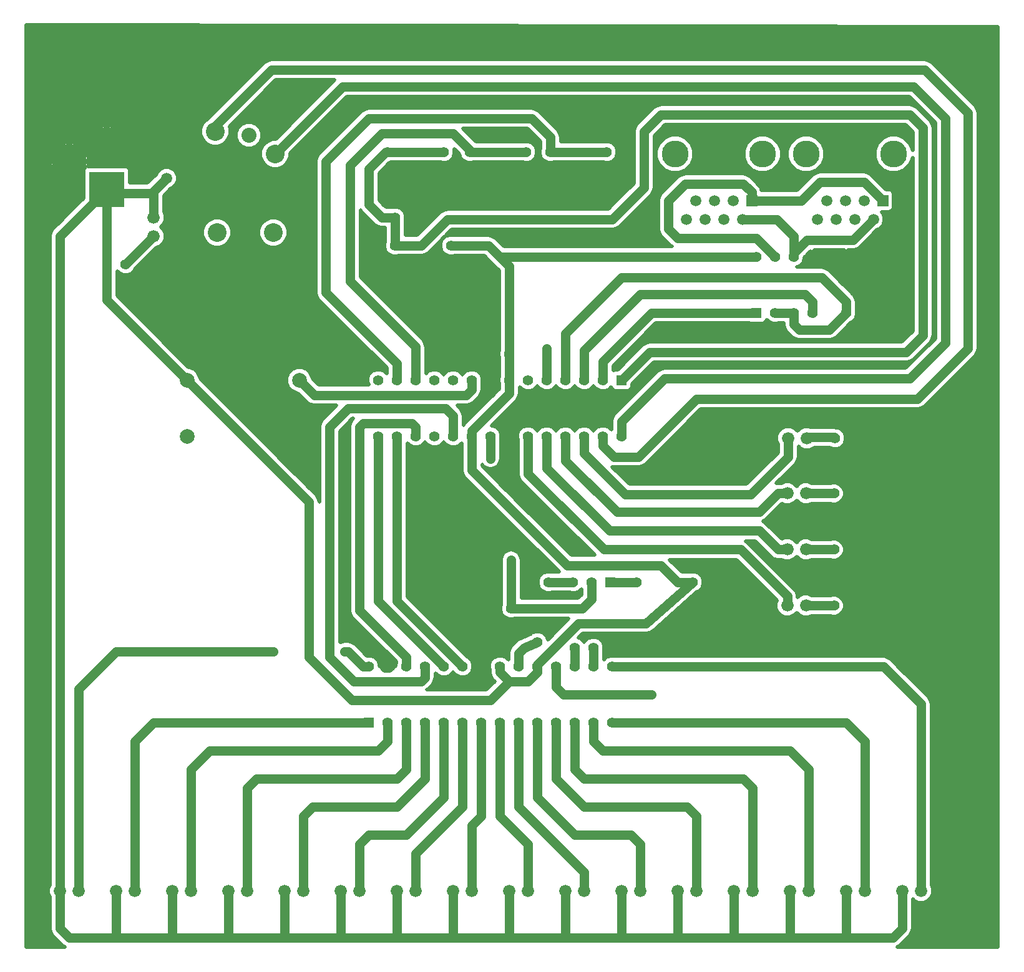
<source format=gbl>
G04 (created by PCBNEW-RS274X (2011-07-08)-stable) date Sun 04 Mar 2012 02:24:10 AM EST*
G01*
G70*
G90*
%MOIN*%
G04 Gerber Fmt 3.4, Leading zero omitted, Abs format*
%FSLAX34Y34*%
G04 APERTURE LIST*
%ADD10C,0.006000*%
%ADD11C,0.078700*%
%ADD12C,0.055000*%
%ADD13C,0.143700*%
%ADD14R,0.059100X0.059100*%
%ADD15C,0.059100*%
%ADD16C,0.066000*%
%ADD17C,0.189000*%
%ADD18R,0.189000X0.189000*%
%ADD19R,0.055000X0.055000*%
%ADD20C,0.100000*%
%ADD21C,0.080000*%
%ADD22C,0.035000*%
%ADD23C,0.050000*%
%ADD24C,0.020000*%
G04 APERTURE END LIST*
G54D10*
G54D11*
X46390Y-31100D03*
X40390Y-31100D03*
X40390Y-28100D03*
X46390Y-28100D03*
G54D12*
X62800Y-15900D03*
X62800Y-17900D03*
X59800Y-15900D03*
X59800Y-17900D03*
X58500Y-15900D03*
X58500Y-17900D03*
X55500Y-15900D03*
X55500Y-17900D03*
X54100Y-15900D03*
X54100Y-17900D03*
X51100Y-15900D03*
X51100Y-17900D03*
G54D13*
X73462Y-16000D03*
X78135Y-16000D03*
G54D14*
X77550Y-18500D03*
G54D15*
X77050Y-19500D03*
X76550Y-18500D03*
X76050Y-19500D03*
X75550Y-18500D03*
X75050Y-19500D03*
X74550Y-18500D03*
X74050Y-19500D03*
G54D13*
X66462Y-16000D03*
X71135Y-16000D03*
G54D14*
X70550Y-18500D03*
G54D15*
X70050Y-19500D03*
X69550Y-18500D03*
X69050Y-19500D03*
X68550Y-18500D03*
X68050Y-19500D03*
X67550Y-18500D03*
X67050Y-19500D03*
G54D12*
X64400Y-38900D03*
X67400Y-38900D03*
X40100Y-21900D03*
X37100Y-21900D03*
X77950Y-40150D03*
X74950Y-40150D03*
X77950Y-37150D03*
X74950Y-37150D03*
X77950Y-34150D03*
X74950Y-34150D03*
X78000Y-31200D03*
X75000Y-31200D03*
X54500Y-20900D03*
X51500Y-20900D03*
X56700Y-38900D03*
X59700Y-38900D03*
X56100Y-42100D03*
X59100Y-42100D03*
X75600Y-24500D03*
X75600Y-21500D03*
X61100Y-42400D03*
G54D16*
X78600Y-55400D03*
X79600Y-55400D03*
X72600Y-55400D03*
X73600Y-55400D03*
X75600Y-55400D03*
X76600Y-55400D03*
X69600Y-55400D03*
X70600Y-55400D03*
X38600Y-19400D03*
X38600Y-20400D03*
X72450Y-40150D03*
X73450Y-40150D03*
X72450Y-37150D03*
X73450Y-37150D03*
X72450Y-34150D03*
X73450Y-34150D03*
X72500Y-31200D03*
X73500Y-31200D03*
X33600Y-55400D03*
X34600Y-55400D03*
X36600Y-55400D03*
X37600Y-55400D03*
X39600Y-55400D03*
X40600Y-55400D03*
X42600Y-55400D03*
X43600Y-55400D03*
X45600Y-55400D03*
X46600Y-55400D03*
X48600Y-55400D03*
X49600Y-55400D03*
X51600Y-55400D03*
X52600Y-55400D03*
X54600Y-55400D03*
X55600Y-55400D03*
X57600Y-55400D03*
X58600Y-55400D03*
X60600Y-55400D03*
X61600Y-55400D03*
X63600Y-55400D03*
X64600Y-55400D03*
X66600Y-55400D03*
X67600Y-55400D03*
G54D17*
X36100Y-15500D03*
G54D18*
X36100Y-17900D03*
G54D17*
X34100Y-16400D03*
G54D15*
X39300Y-16300D03*
X39300Y-17300D03*
G54D19*
X70800Y-24500D03*
G54D12*
X71800Y-24500D03*
X72800Y-24500D03*
X73800Y-24500D03*
X73800Y-21500D03*
X72800Y-21500D03*
X71800Y-21500D03*
X70800Y-21500D03*
X62600Y-28100D03*
X61600Y-28100D03*
X60600Y-28100D03*
X59600Y-28100D03*
X58600Y-28100D03*
X57600Y-28100D03*
X56600Y-28100D03*
X55600Y-28100D03*
X54600Y-28100D03*
X53600Y-28100D03*
X52600Y-28100D03*
X51600Y-28100D03*
X50600Y-28100D03*
G54D19*
X63600Y-28100D03*
G54D12*
X50600Y-31100D03*
X51600Y-31100D03*
X52600Y-31100D03*
X53600Y-31100D03*
X54600Y-31100D03*
X55600Y-31100D03*
X56600Y-31100D03*
X57600Y-31100D03*
X58600Y-31100D03*
X59600Y-31100D03*
X60600Y-31100D03*
X61600Y-31100D03*
X62600Y-31100D03*
X63600Y-31100D03*
X51100Y-46400D03*
X52100Y-46400D03*
X53100Y-46400D03*
X54100Y-46400D03*
X55100Y-46400D03*
X56100Y-46400D03*
X57100Y-46400D03*
X58100Y-46400D03*
X59100Y-46400D03*
X60100Y-46400D03*
X61100Y-46400D03*
X62100Y-46400D03*
X63100Y-46400D03*
G54D19*
X50100Y-46400D03*
G54D12*
X63100Y-43400D03*
X62100Y-43400D03*
X61100Y-43400D03*
X60100Y-43400D03*
X59100Y-43400D03*
X58100Y-43400D03*
X57100Y-43400D03*
X56100Y-43400D03*
X55100Y-43400D03*
X54100Y-43400D03*
X53100Y-43400D03*
X52100Y-43400D03*
X51100Y-43400D03*
X50100Y-43400D03*
X57600Y-26700D03*
X56600Y-26700D03*
X57700Y-40300D03*
X56700Y-40300D03*
X52500Y-19400D03*
X51500Y-19400D03*
X62100Y-42400D03*
G54D19*
X63000Y-38900D03*
G54D12*
X62000Y-38900D03*
X61000Y-38900D03*
G54D20*
X45000Y-20200D03*
X42000Y-20200D03*
X41900Y-14800D03*
X41900Y-16200D03*
X45100Y-16000D03*
G54D21*
X43700Y-15000D03*
G54D22*
X78000Y-30100D03*
X78000Y-22800D03*
X57600Y-29900D03*
X56200Y-25300D03*
X57600Y-32300D03*
X55000Y-38900D03*
X33900Y-18400D03*
X55800Y-44300D03*
X46400Y-32600D03*
X50400Y-42500D03*
X59600Y-26400D03*
X65200Y-44900D03*
X48800Y-42600D03*
X45000Y-42600D03*
X56600Y-32300D03*
X57700Y-37700D03*
G54D23*
X74950Y-31150D02*
X73450Y-31150D01*
X75600Y-21500D02*
X76700Y-21500D01*
X78000Y-30100D02*
X78000Y-31200D01*
X76700Y-21500D02*
X78000Y-22800D01*
X80200Y-10500D02*
X80400Y-10500D01*
X79500Y-31200D02*
X78000Y-31200D01*
X44500Y-10500D02*
X80200Y-10500D01*
X39500Y-15500D02*
X44500Y-10500D01*
X36100Y-15500D02*
X39500Y-15500D01*
X80400Y-10500D02*
X83100Y-13200D01*
X83100Y-13200D02*
X83100Y-27600D01*
X83100Y-27600D02*
X79500Y-31200D01*
X62700Y-13300D02*
X63800Y-14400D01*
X63800Y-17500D02*
X63400Y-17900D01*
X63800Y-14400D02*
X63800Y-17500D01*
X56600Y-26700D02*
X56600Y-25700D01*
X57600Y-29900D02*
X57600Y-31100D01*
X56600Y-25700D02*
X56200Y-25300D01*
X57600Y-31100D02*
X57600Y-32300D01*
X55000Y-38900D02*
X56700Y-38900D01*
X62800Y-17900D02*
X63400Y-17900D01*
X45300Y-17400D02*
X41900Y-17400D01*
X49400Y-13300D02*
X45300Y-17400D01*
X62700Y-13300D02*
X49400Y-13300D01*
X52500Y-19400D02*
X52600Y-19400D01*
X52600Y-19400D02*
X54100Y-17900D01*
X34100Y-16400D02*
X35000Y-15500D01*
X35000Y-15500D02*
X36100Y-15500D01*
X56100Y-44000D02*
X55800Y-44300D01*
X56100Y-43400D02*
X56100Y-44000D01*
X33900Y-16600D02*
X34100Y-16400D01*
X33900Y-18400D02*
X33900Y-16600D01*
X51100Y-43400D02*
X51100Y-43200D01*
X46390Y-32590D02*
X46390Y-31100D01*
X46400Y-32600D02*
X46390Y-32590D01*
X51100Y-43200D02*
X50400Y-42500D01*
X40200Y-21200D02*
X40200Y-21800D01*
X40200Y-21800D02*
X40100Y-21900D01*
X56700Y-40300D02*
X56700Y-41500D01*
X56700Y-41500D02*
X56100Y-42100D01*
X58500Y-17900D02*
X59800Y-17900D01*
X54100Y-17900D02*
X55500Y-17900D01*
X46390Y-31100D02*
X46100Y-31100D01*
X41900Y-18100D02*
X41900Y-17400D01*
X40200Y-21200D02*
X40200Y-19800D01*
X40200Y-19800D02*
X41900Y-18100D01*
X41900Y-17400D02*
X41900Y-16200D01*
X40200Y-25200D02*
X40200Y-21200D01*
X46100Y-31100D02*
X40200Y-25200D01*
X41900Y-16200D02*
X39400Y-16200D01*
X39400Y-16200D02*
X39300Y-16300D01*
X73800Y-21500D02*
X75600Y-21500D01*
X56700Y-38900D02*
X56700Y-40300D01*
X36100Y-15500D02*
X38500Y-15500D01*
X38500Y-15500D02*
X39300Y-16300D01*
X56600Y-28100D02*
X56600Y-26700D01*
X59800Y-17900D02*
X62800Y-17900D01*
X58500Y-17900D02*
X55500Y-17900D01*
X54100Y-17900D02*
X51100Y-17900D01*
X77950Y-31150D02*
X77950Y-34150D01*
X77950Y-34150D02*
X77950Y-37150D01*
X77950Y-37150D02*
X77950Y-40150D01*
X56100Y-43400D02*
X56100Y-42100D01*
X73450Y-37150D02*
X74950Y-37150D01*
X74950Y-34150D02*
X73450Y-34150D01*
X78800Y-13900D02*
X79000Y-13900D01*
X79700Y-25700D02*
X78800Y-26600D01*
X79700Y-14600D02*
X79700Y-25700D01*
X79000Y-13900D02*
X79700Y-14600D01*
X63100Y-19500D02*
X64800Y-17800D01*
X65700Y-13900D02*
X69200Y-13900D01*
X64800Y-14800D02*
X65700Y-13900D01*
X64800Y-17800D02*
X64800Y-14800D01*
X51500Y-20900D02*
X52900Y-20900D01*
X65100Y-26600D02*
X63600Y-28100D01*
X78800Y-26600D02*
X65100Y-26600D01*
X69200Y-13900D02*
X78800Y-13900D01*
X54300Y-19500D02*
X63100Y-19500D01*
X52900Y-20900D02*
X54300Y-19500D01*
X51100Y-15900D02*
X51000Y-15900D01*
X50800Y-19400D02*
X51500Y-19400D01*
X50100Y-18700D02*
X50800Y-19400D01*
X50100Y-16800D02*
X50100Y-18700D01*
X51000Y-15900D02*
X50100Y-16800D01*
X51500Y-19400D02*
X51500Y-20900D01*
X51100Y-15900D02*
X54100Y-15900D01*
X37100Y-21900D02*
X38600Y-20400D01*
X73450Y-40150D02*
X74950Y-40150D01*
X79100Y-12400D02*
X79200Y-12400D01*
X80900Y-26100D02*
X79000Y-28000D01*
X80900Y-14100D02*
X80900Y-26100D01*
X79200Y-12400D02*
X80900Y-14100D01*
X63600Y-31100D02*
X63600Y-30300D01*
X65900Y-28000D02*
X79000Y-28000D01*
X63600Y-30300D02*
X65900Y-28000D01*
X48700Y-12400D02*
X45100Y-16000D01*
X79100Y-12400D02*
X48700Y-12400D01*
X68800Y-34200D02*
X63800Y-34200D01*
X61600Y-32000D02*
X61600Y-31100D01*
X63800Y-34200D02*
X61600Y-32000D01*
X72500Y-31200D02*
X72500Y-32200D01*
X70500Y-34200D02*
X68800Y-34200D01*
X68800Y-34200D02*
X68900Y-34200D01*
X72500Y-32200D02*
X70500Y-34200D01*
X51600Y-34800D02*
X51600Y-39900D01*
X51600Y-31100D02*
X51600Y-32100D01*
X51600Y-39900D02*
X55100Y-43400D01*
X51600Y-34800D02*
X51600Y-32100D01*
X68950Y-35150D02*
X63350Y-35150D01*
X71950Y-34150D02*
X70950Y-35150D01*
X70950Y-35150D02*
X68950Y-35150D01*
X72450Y-34150D02*
X71950Y-34150D01*
X60600Y-32400D02*
X60600Y-31100D01*
X63350Y-35150D02*
X60600Y-32400D01*
X69000Y-36150D02*
X62950Y-36150D01*
X59600Y-32800D02*
X59600Y-31100D01*
X62950Y-36150D02*
X59600Y-32800D01*
X72450Y-37150D02*
X71950Y-37150D01*
X70950Y-36150D02*
X69000Y-36150D01*
X69000Y-36150D02*
X68950Y-36150D01*
X71950Y-37150D02*
X70950Y-36150D01*
X68950Y-37150D02*
X62650Y-37150D01*
X72450Y-39650D02*
X69950Y-37150D01*
X69950Y-37150D02*
X68950Y-37150D01*
X72450Y-40150D02*
X72450Y-39650D01*
X58600Y-33100D02*
X58600Y-31100D01*
X62650Y-37150D02*
X58600Y-33100D01*
X59800Y-15900D02*
X59800Y-15100D01*
X51600Y-27200D02*
X51600Y-28100D01*
X47800Y-23400D02*
X51600Y-27200D01*
X47800Y-16400D02*
X47800Y-23400D01*
X50100Y-14100D02*
X47800Y-16400D01*
X58800Y-14100D02*
X50100Y-14100D01*
X59800Y-15100D02*
X58800Y-14100D01*
X59800Y-15900D02*
X62800Y-15900D01*
X53100Y-43400D02*
X53100Y-44000D01*
X54600Y-30000D02*
X54600Y-31100D01*
X54200Y-29600D02*
X54600Y-30000D01*
X49000Y-29600D02*
X54200Y-29600D01*
X48000Y-30600D02*
X49000Y-29600D01*
X48000Y-42900D02*
X48000Y-30600D01*
X49300Y-44200D02*
X48000Y-42900D01*
X52900Y-44200D02*
X49300Y-44200D01*
X53100Y-44000D02*
X52900Y-44200D01*
X75600Y-24500D02*
X75600Y-23900D01*
X60600Y-25600D02*
X60600Y-28100D01*
X63600Y-22600D02*
X60600Y-25600D01*
X74300Y-22600D02*
X63600Y-22600D01*
X75600Y-23900D02*
X74300Y-22600D01*
X72800Y-24500D02*
X72800Y-25100D01*
X74700Y-25400D02*
X75600Y-24500D01*
X73100Y-25400D02*
X74700Y-25400D01*
X72800Y-25100D02*
X73100Y-25400D01*
X72800Y-24500D02*
X71800Y-24500D01*
X67600Y-55400D02*
X67600Y-52900D01*
X60100Y-49400D02*
X61600Y-50900D01*
X61600Y-50900D02*
X67100Y-50900D01*
X67100Y-50900D02*
X67600Y-51400D01*
X67600Y-51400D02*
X67600Y-52900D01*
X60100Y-49400D02*
X60100Y-46400D01*
X59100Y-46400D02*
X59100Y-50400D01*
X64600Y-52900D02*
X64600Y-55400D01*
X64100Y-52400D02*
X64600Y-52900D01*
X61100Y-52400D02*
X64100Y-52400D01*
X59100Y-50400D02*
X61100Y-52400D01*
X58100Y-46400D02*
X58100Y-50900D01*
X61600Y-54400D02*
X61600Y-55400D01*
X58100Y-50900D02*
X61600Y-54400D01*
X57100Y-46400D02*
X57100Y-51400D01*
X58600Y-52900D02*
X58600Y-55400D01*
X57100Y-51400D02*
X58600Y-52900D01*
X55500Y-15900D02*
X55500Y-15800D01*
X52600Y-26300D02*
X52600Y-28100D01*
X49100Y-22800D02*
X52600Y-26300D01*
X49100Y-16600D02*
X49100Y-22800D01*
X50800Y-14900D02*
X49100Y-16600D01*
X54600Y-14900D02*
X50800Y-14900D01*
X55500Y-15800D02*
X54600Y-14900D01*
X55500Y-15900D02*
X58500Y-15900D01*
X55600Y-28100D02*
X55600Y-28600D01*
X47190Y-28900D02*
X46390Y-28100D01*
X55300Y-28900D02*
X47190Y-28900D01*
X55600Y-28600D02*
X55300Y-28900D01*
X70550Y-18500D02*
X73200Y-18500D01*
X76550Y-17500D02*
X77550Y-18500D01*
X74200Y-17500D02*
X76550Y-17500D01*
X73200Y-18500D02*
X74200Y-17500D01*
X70550Y-18500D02*
X70550Y-18050D01*
X70800Y-20500D02*
X71800Y-21500D01*
X66600Y-20500D02*
X70800Y-20500D01*
X66100Y-20000D02*
X66600Y-20500D01*
X66100Y-18500D02*
X66100Y-20000D01*
X67000Y-17600D02*
X66100Y-18500D01*
X70100Y-17600D02*
X67000Y-17600D01*
X70550Y-18050D02*
X70100Y-17600D01*
X72800Y-21500D02*
X72800Y-20400D01*
X71900Y-19500D02*
X70050Y-19500D01*
X72800Y-20400D02*
X71900Y-19500D01*
X72800Y-21500D02*
X72800Y-21300D01*
X75950Y-20600D02*
X77050Y-19500D01*
X73500Y-20600D02*
X75950Y-20600D01*
X72800Y-21300D02*
X73500Y-20600D01*
X73800Y-24500D02*
X73800Y-23900D01*
X61600Y-26500D02*
X61600Y-28100D01*
X64600Y-23500D02*
X61600Y-26500D01*
X73400Y-23500D02*
X64600Y-23500D01*
X73800Y-23900D02*
X73400Y-23500D01*
X70800Y-24500D02*
X65200Y-24500D01*
X62600Y-27100D02*
X62600Y-28100D01*
X65200Y-24500D02*
X62600Y-27100D01*
X60100Y-43400D02*
X60100Y-44500D01*
X59600Y-26400D02*
X59600Y-28100D01*
X60500Y-44900D02*
X65200Y-44900D01*
X60100Y-44500D02*
X60500Y-44900D01*
X61100Y-43400D02*
X61100Y-42400D01*
X49600Y-40400D02*
X52100Y-42900D01*
X52600Y-31100D02*
X52600Y-30600D01*
X49600Y-30600D02*
X49600Y-33100D01*
X49800Y-30400D02*
X49600Y-30600D01*
X52400Y-30400D02*
X49800Y-30400D01*
X52600Y-30600D02*
X52400Y-30400D01*
X49600Y-33100D02*
X49600Y-35800D01*
X49600Y-35800D02*
X49600Y-40400D01*
X52100Y-42900D02*
X52100Y-43400D01*
X50600Y-39900D02*
X50600Y-34800D01*
X50600Y-31100D02*
X50600Y-32100D01*
X50600Y-39900D02*
X54100Y-43400D01*
X50600Y-32100D02*
X50600Y-34800D01*
X54100Y-46400D02*
X54100Y-50400D01*
X49600Y-52900D02*
X49600Y-55400D01*
X50100Y-52400D02*
X49600Y-52900D01*
X52100Y-52400D02*
X50100Y-52400D01*
X54100Y-50400D02*
X52100Y-52400D01*
X48800Y-42600D02*
X49000Y-42600D01*
X45000Y-42600D02*
X36600Y-42600D01*
X36600Y-42600D02*
X34600Y-44600D01*
X34600Y-55400D02*
X34600Y-44600D01*
X49800Y-43400D02*
X50100Y-43400D01*
X49000Y-42600D02*
X49800Y-43400D01*
X37600Y-55400D02*
X37600Y-52900D01*
X38600Y-46400D02*
X50100Y-46400D01*
X37600Y-52900D02*
X37600Y-49900D01*
X38600Y-46400D02*
X37600Y-47400D01*
X37600Y-47400D02*
X37600Y-49900D01*
X51100Y-46400D02*
X51100Y-47400D01*
X40600Y-48900D02*
X40600Y-55400D01*
X41600Y-47900D02*
X40600Y-48900D01*
X50600Y-47900D02*
X41600Y-47900D01*
X51100Y-47400D02*
X50600Y-47900D01*
X52100Y-46400D02*
X52100Y-48900D01*
X43600Y-49900D02*
X43600Y-55400D01*
X44100Y-49400D02*
X43600Y-49900D01*
X51600Y-49400D02*
X44100Y-49400D01*
X52100Y-48900D02*
X51600Y-49400D01*
X56100Y-46400D02*
X56100Y-51400D01*
X55600Y-51900D02*
X55600Y-55400D01*
X56100Y-51400D02*
X55600Y-51900D01*
X52600Y-55400D02*
X52600Y-53400D01*
X55100Y-50900D02*
X55100Y-46400D01*
X52600Y-53400D02*
X55100Y-50900D01*
X53100Y-46400D02*
X53100Y-49400D01*
X46600Y-51400D02*
X46600Y-55400D01*
X47100Y-50900D02*
X46600Y-51400D01*
X47600Y-50900D02*
X47100Y-50900D01*
X51600Y-50900D02*
X47600Y-50900D01*
X53100Y-49400D02*
X51600Y-50900D01*
X70600Y-55400D02*
X70600Y-52900D01*
X61100Y-48900D02*
X61600Y-49400D01*
X61600Y-49400D02*
X70100Y-49400D01*
X70100Y-49400D02*
X70600Y-49900D01*
X70600Y-49900D02*
X70600Y-52900D01*
X61100Y-48900D02*
X61100Y-46400D01*
X73600Y-55400D02*
X73600Y-52900D01*
X62100Y-47400D02*
X62100Y-46400D01*
X73600Y-48900D02*
X73600Y-52400D01*
X72600Y-47900D02*
X73600Y-48900D01*
X62600Y-47900D02*
X72600Y-47900D01*
X62100Y-47400D02*
X62600Y-47900D01*
X73600Y-52900D02*
X73600Y-52400D01*
X76600Y-55400D02*
X76600Y-52900D01*
X75600Y-46400D02*
X76600Y-47400D01*
X76600Y-47400D02*
X76600Y-52900D01*
X75600Y-46400D02*
X63100Y-46400D01*
X63100Y-43400D02*
X77600Y-43400D01*
X79600Y-45400D02*
X79600Y-52900D01*
X77600Y-43400D02*
X79600Y-45400D01*
X79600Y-52900D02*
X79600Y-55400D01*
X59700Y-38900D02*
X61000Y-38900D01*
X63000Y-38900D02*
X64400Y-38900D01*
X59100Y-42100D02*
X58400Y-42400D01*
X58100Y-42700D02*
X58100Y-43400D01*
X58400Y-42400D02*
X58100Y-42700D01*
X78900Y-11500D02*
X79800Y-11500D01*
X82100Y-26400D02*
X79400Y-29100D01*
X82100Y-13800D02*
X82100Y-26400D01*
X79800Y-11500D02*
X82100Y-13800D01*
X41900Y-14800D02*
X41900Y-14500D01*
X62600Y-31600D02*
X62600Y-31100D01*
X63200Y-32200D02*
X62600Y-31600D01*
X64500Y-32200D02*
X63200Y-32200D01*
X67600Y-29100D02*
X64500Y-32200D01*
X79400Y-29100D02*
X67600Y-29100D01*
X44900Y-11500D02*
X78900Y-11500D01*
X41900Y-14500D02*
X44900Y-11500D01*
X62100Y-43400D02*
X62100Y-42400D01*
X57700Y-40300D02*
X57700Y-37700D01*
X56600Y-32300D02*
X56600Y-31100D01*
X62000Y-38900D02*
X62000Y-39800D01*
X61500Y-40300D02*
X57700Y-40300D01*
X62000Y-39800D02*
X61500Y-40300D01*
X54500Y-20900D02*
X56500Y-20900D01*
X56500Y-20900D02*
X57100Y-21500D01*
X57600Y-26700D02*
X57600Y-22000D01*
X57600Y-22000D02*
X57100Y-21500D01*
X70800Y-21500D02*
X59500Y-21500D01*
X59500Y-21500D02*
X57100Y-21500D01*
X67400Y-38900D02*
X66600Y-38900D01*
X55600Y-32900D02*
X55600Y-31100D01*
X60700Y-38000D02*
X55600Y-32900D01*
X65700Y-38000D02*
X60700Y-38000D01*
X66600Y-38900D02*
X65700Y-38000D01*
X38600Y-19400D02*
X38600Y-18200D01*
X38600Y-18200D02*
X38500Y-18100D01*
X59100Y-43400D02*
X59100Y-43300D01*
X64900Y-41100D02*
X67400Y-38900D01*
X61300Y-41100D02*
X64900Y-41100D01*
X59100Y-43300D02*
X61300Y-41100D01*
X55600Y-31100D02*
X55600Y-30800D01*
X57600Y-28800D02*
X57600Y-28100D01*
X55600Y-30800D02*
X57600Y-28800D01*
X40390Y-28100D02*
X40400Y-28100D01*
X56600Y-45200D02*
X57600Y-44200D01*
X49200Y-45200D02*
X56600Y-45200D01*
X46900Y-42900D02*
X49200Y-45200D01*
X46900Y-34600D02*
X46900Y-42900D01*
X40400Y-28100D02*
X46900Y-34600D01*
X33600Y-55400D02*
X33600Y-50300D01*
X33600Y-20400D02*
X36100Y-17900D01*
X33600Y-50300D02*
X33600Y-20400D01*
X36100Y-17900D02*
X36100Y-23810D01*
X36100Y-23810D02*
X40390Y-28100D01*
X39300Y-17300D02*
X38500Y-18100D01*
X36300Y-18100D02*
X36100Y-17900D01*
X38500Y-18100D02*
X36300Y-18100D01*
X57600Y-26700D02*
X57600Y-28100D01*
X57100Y-43400D02*
X57100Y-43700D01*
X57100Y-43700D02*
X57600Y-44200D01*
X59100Y-43700D02*
X59100Y-43400D01*
X57600Y-44200D02*
X58600Y-44200D01*
X58600Y-44200D02*
X59100Y-43700D01*
X36600Y-55400D02*
X36600Y-57900D01*
X39600Y-55400D02*
X39600Y-57900D01*
X42600Y-55400D02*
X42600Y-57900D01*
X45600Y-55400D02*
X45600Y-57900D01*
X48600Y-55400D02*
X48600Y-57900D01*
X51600Y-55400D02*
X51600Y-57900D01*
X54600Y-55400D02*
X54600Y-57900D01*
X57600Y-55400D02*
X57600Y-57900D01*
X60600Y-55400D02*
X60600Y-57900D01*
X63600Y-55400D02*
X63600Y-57900D01*
X66600Y-55400D02*
X66600Y-57900D01*
X69600Y-55400D02*
X69600Y-57900D01*
X72600Y-55400D02*
X72600Y-57900D01*
X75600Y-55400D02*
X75600Y-57900D01*
X33600Y-55400D02*
X33600Y-57400D01*
X78600Y-57400D02*
X78600Y-55400D01*
X78100Y-57900D02*
X78600Y-57400D01*
X34100Y-57900D02*
X36600Y-57900D01*
X36600Y-57900D02*
X39600Y-57900D01*
X39600Y-57900D02*
X42600Y-57900D01*
X42600Y-57900D02*
X45600Y-57900D01*
X45600Y-57900D02*
X48600Y-57900D01*
X48600Y-57900D02*
X51600Y-57900D01*
X51600Y-57900D02*
X54600Y-57900D01*
X54600Y-57900D02*
X57600Y-57900D01*
X57600Y-57900D02*
X60600Y-57900D01*
X60600Y-57900D02*
X63600Y-57900D01*
X63600Y-57900D02*
X66600Y-57900D01*
X66600Y-57900D02*
X69600Y-57900D01*
X69600Y-57900D02*
X72600Y-57900D01*
X72600Y-57900D02*
X75600Y-57900D01*
X75600Y-57900D02*
X78100Y-57900D01*
X33600Y-57400D02*
X34100Y-57900D01*
G54D10*
G36*
X51550Y-43225D02*
X51525Y-43285D01*
X51525Y-43364D01*
X51471Y-43418D01*
X51466Y-43422D01*
X51471Y-43348D01*
X51463Y-43306D01*
X51425Y-43269D01*
X51294Y-43400D01*
X51391Y-43497D01*
X51239Y-43650D01*
X51231Y-43650D01*
X51231Y-43075D01*
X51194Y-43037D01*
X51048Y-43029D01*
X51006Y-43037D01*
X50969Y-43075D01*
X51100Y-43206D01*
X51231Y-43075D01*
X51231Y-43650D01*
X51156Y-43650D01*
X51100Y-43594D01*
X51044Y-43650D01*
X50961Y-43650D01*
X50906Y-43595D01*
X50808Y-43497D01*
X50906Y-43400D01*
X50775Y-43269D01*
X50737Y-43306D01*
X50730Y-43419D01*
X50675Y-43364D01*
X50675Y-43286D01*
X50588Y-43075D01*
X50426Y-42913D01*
X50215Y-42825D01*
X50003Y-42825D01*
X49389Y-42211D01*
X49211Y-42092D01*
X49000Y-42050D01*
X48800Y-42050D01*
X48590Y-42092D01*
X48550Y-42118D01*
X48550Y-30828D01*
X49228Y-30150D01*
X49272Y-30150D01*
X49211Y-30211D01*
X49092Y-30389D01*
X49050Y-30600D01*
X49050Y-33100D01*
X49050Y-35800D01*
X49050Y-40400D01*
X49092Y-40611D01*
X49211Y-40789D01*
X51550Y-43128D01*
X51550Y-43225D01*
X51550Y-43225D01*
G37*
G54D24*
X51550Y-43225D02*
X51525Y-43285D01*
X51525Y-43364D01*
X51471Y-43418D01*
X51466Y-43422D01*
X51471Y-43348D01*
X51463Y-43306D01*
X51425Y-43269D01*
X51294Y-43400D01*
X51391Y-43497D01*
X51239Y-43650D01*
X51231Y-43650D01*
X51231Y-43075D01*
X51194Y-43037D01*
X51048Y-43029D01*
X51006Y-43037D01*
X50969Y-43075D01*
X51100Y-43206D01*
X51231Y-43075D01*
X51231Y-43650D01*
X51156Y-43650D01*
X51100Y-43594D01*
X51044Y-43650D01*
X50961Y-43650D01*
X50906Y-43595D01*
X50808Y-43497D01*
X50906Y-43400D01*
X50775Y-43269D01*
X50737Y-43306D01*
X50730Y-43419D01*
X50675Y-43364D01*
X50675Y-43286D01*
X50588Y-43075D01*
X50426Y-42913D01*
X50215Y-42825D01*
X50003Y-42825D01*
X49389Y-42211D01*
X49211Y-42092D01*
X49000Y-42050D01*
X48800Y-42050D01*
X48590Y-42092D01*
X48550Y-42118D01*
X48550Y-30828D01*
X49228Y-30150D01*
X49272Y-30150D01*
X49211Y-30211D01*
X49092Y-30389D01*
X49050Y-30600D01*
X49050Y-33100D01*
X49050Y-35800D01*
X49050Y-40400D01*
X49092Y-40611D01*
X49211Y-40789D01*
X51550Y-43128D01*
X51550Y-43225D01*
G54D10*
G36*
X61450Y-39572D02*
X61272Y-39750D01*
X58250Y-39750D01*
X58250Y-37700D01*
X58208Y-37490D01*
X58089Y-37311D01*
X57910Y-37192D01*
X57700Y-37150D01*
X57490Y-37192D01*
X57311Y-37311D01*
X57192Y-37490D01*
X57150Y-37700D01*
X57150Y-40125D01*
X57125Y-40185D01*
X57125Y-40414D01*
X57212Y-40625D01*
X57374Y-40787D01*
X57585Y-40875D01*
X57814Y-40875D01*
X57874Y-40850D01*
X60772Y-40850D01*
X59663Y-41958D01*
X59588Y-41775D01*
X59426Y-41613D01*
X59215Y-41525D01*
X58986Y-41525D01*
X58775Y-41612D01*
X58724Y-41662D01*
X58183Y-41894D01*
X58101Y-41950D01*
X58011Y-42011D01*
X57711Y-42311D01*
X57592Y-42489D01*
X57550Y-42700D01*
X57550Y-43037D01*
X57426Y-42913D01*
X57215Y-42825D01*
X57071Y-42825D01*
X57071Y-40248D01*
X57071Y-38848D01*
X57063Y-38806D01*
X57025Y-38769D01*
X56894Y-38900D01*
X57025Y-39031D01*
X57063Y-38994D01*
X57071Y-38848D01*
X57071Y-40248D01*
X57063Y-40206D01*
X57025Y-40169D01*
X56894Y-40300D01*
X57025Y-40431D01*
X57063Y-40394D01*
X57071Y-40248D01*
X57071Y-42825D01*
X56986Y-42825D01*
X56831Y-42888D01*
X56831Y-40625D01*
X56831Y-39975D01*
X56831Y-39225D01*
X56831Y-38575D01*
X56794Y-38537D01*
X56648Y-38529D01*
X56606Y-38537D01*
X56569Y-38575D01*
X56700Y-38706D01*
X56831Y-38575D01*
X56831Y-39225D01*
X56700Y-39094D01*
X56569Y-39225D01*
X56606Y-39263D01*
X56752Y-39271D01*
X56794Y-39263D01*
X56831Y-39225D01*
X56831Y-39975D01*
X56794Y-39937D01*
X56648Y-39929D01*
X56606Y-39937D01*
X56569Y-39975D01*
X56700Y-40106D01*
X56831Y-39975D01*
X56831Y-40625D01*
X56700Y-40494D01*
X56569Y-40625D01*
X56606Y-40663D01*
X56752Y-40671D01*
X56794Y-40663D01*
X56831Y-40625D01*
X56831Y-42888D01*
X56775Y-42912D01*
X56613Y-43074D01*
X56525Y-43285D01*
X56525Y-43514D01*
X56550Y-43574D01*
X56550Y-43700D01*
X56592Y-43911D01*
X56711Y-44089D01*
X56822Y-44200D01*
X56506Y-44516D01*
X56506Y-40300D01*
X56506Y-38900D01*
X56375Y-38769D01*
X56337Y-38806D01*
X56329Y-38952D01*
X56337Y-38994D01*
X56375Y-39031D01*
X56506Y-38900D01*
X56506Y-40300D01*
X56375Y-40169D01*
X56337Y-40206D01*
X56329Y-40352D01*
X56337Y-40394D01*
X56375Y-40431D01*
X56506Y-40300D01*
X56506Y-44516D01*
X56471Y-44551D01*
X56471Y-43348D01*
X56471Y-42048D01*
X56463Y-42006D01*
X56425Y-41969D01*
X56294Y-42100D01*
X56425Y-42231D01*
X56463Y-42194D01*
X56471Y-42048D01*
X56471Y-43348D01*
X56463Y-43306D01*
X56425Y-43269D01*
X56294Y-43400D01*
X56425Y-43531D01*
X56463Y-43494D01*
X56471Y-43348D01*
X56471Y-44551D01*
X56372Y-44650D01*
X56231Y-44650D01*
X56231Y-43725D01*
X56231Y-43075D01*
X56231Y-42425D01*
X56231Y-41775D01*
X56194Y-41737D01*
X56048Y-41729D01*
X56006Y-41737D01*
X55969Y-41775D01*
X56100Y-41906D01*
X56231Y-41775D01*
X56231Y-42425D01*
X56100Y-42294D01*
X55969Y-42425D01*
X56006Y-42463D01*
X56152Y-42471D01*
X56194Y-42463D01*
X56231Y-42425D01*
X56231Y-43075D01*
X56194Y-43037D01*
X56048Y-43029D01*
X56006Y-43037D01*
X55969Y-43075D01*
X56100Y-43206D01*
X56231Y-43075D01*
X56231Y-43725D01*
X56100Y-43594D01*
X55969Y-43725D01*
X56006Y-43763D01*
X56152Y-43771D01*
X56194Y-43763D01*
X56231Y-43725D01*
X56231Y-44650D01*
X55906Y-44650D01*
X55906Y-43400D01*
X55906Y-42100D01*
X55775Y-41969D01*
X55737Y-42006D01*
X55729Y-42152D01*
X55737Y-42194D01*
X55775Y-42231D01*
X55906Y-42100D01*
X55906Y-43400D01*
X55775Y-43269D01*
X55737Y-43306D01*
X55729Y-43452D01*
X55737Y-43494D01*
X55775Y-43531D01*
X55906Y-43400D01*
X55906Y-44650D01*
X53197Y-44650D01*
X53289Y-44589D01*
X53488Y-44390D01*
X53488Y-44389D01*
X53489Y-44389D01*
X53607Y-44211D01*
X53608Y-44210D01*
X53641Y-44043D01*
X53650Y-44001D01*
X53649Y-44000D01*
X53650Y-44000D01*
X53650Y-43763D01*
X53774Y-43887D01*
X53985Y-43975D01*
X54214Y-43975D01*
X54425Y-43888D01*
X54587Y-43726D01*
X54599Y-43695D01*
X54612Y-43725D01*
X54774Y-43887D01*
X54985Y-43975D01*
X55214Y-43975D01*
X55425Y-43888D01*
X55587Y-43726D01*
X55675Y-43515D01*
X55675Y-43286D01*
X55588Y-43075D01*
X55426Y-42913D01*
X55364Y-42887D01*
X52150Y-39672D01*
X52150Y-34800D01*
X52150Y-32100D01*
X52150Y-31463D01*
X52274Y-31587D01*
X52485Y-31675D01*
X52714Y-31675D01*
X52925Y-31588D01*
X53087Y-31426D01*
X53099Y-31395D01*
X53112Y-31425D01*
X53274Y-31587D01*
X53485Y-31675D01*
X53714Y-31675D01*
X53925Y-31588D01*
X54087Y-31426D01*
X54099Y-31395D01*
X54112Y-31425D01*
X54274Y-31587D01*
X54485Y-31675D01*
X54714Y-31675D01*
X54925Y-31588D01*
X55050Y-31463D01*
X55050Y-32900D01*
X55092Y-33111D01*
X55211Y-33289D01*
X60272Y-38350D01*
X59874Y-38350D01*
X59815Y-38325D01*
X59586Y-38325D01*
X59375Y-38412D01*
X59213Y-38574D01*
X59125Y-38785D01*
X59125Y-39014D01*
X59212Y-39225D01*
X59374Y-39387D01*
X59585Y-39475D01*
X59814Y-39475D01*
X59874Y-39450D01*
X60825Y-39450D01*
X60885Y-39475D01*
X61114Y-39475D01*
X61325Y-39388D01*
X61450Y-39263D01*
X61450Y-39572D01*
X61450Y-39572D01*
G37*
G54D24*
X61450Y-39572D02*
X61272Y-39750D01*
X58250Y-39750D01*
X58250Y-37700D01*
X58208Y-37490D01*
X58089Y-37311D01*
X57910Y-37192D01*
X57700Y-37150D01*
X57490Y-37192D01*
X57311Y-37311D01*
X57192Y-37490D01*
X57150Y-37700D01*
X57150Y-40125D01*
X57125Y-40185D01*
X57125Y-40414D01*
X57212Y-40625D01*
X57374Y-40787D01*
X57585Y-40875D01*
X57814Y-40875D01*
X57874Y-40850D01*
X60772Y-40850D01*
X59663Y-41958D01*
X59588Y-41775D01*
X59426Y-41613D01*
X59215Y-41525D01*
X58986Y-41525D01*
X58775Y-41612D01*
X58724Y-41662D01*
X58183Y-41894D01*
X58101Y-41950D01*
X58011Y-42011D01*
X57711Y-42311D01*
X57592Y-42489D01*
X57550Y-42700D01*
X57550Y-43037D01*
X57426Y-42913D01*
X57215Y-42825D01*
X57071Y-42825D01*
X57071Y-40248D01*
X57071Y-38848D01*
X57063Y-38806D01*
X57025Y-38769D01*
X56894Y-38900D01*
X57025Y-39031D01*
X57063Y-38994D01*
X57071Y-38848D01*
X57071Y-40248D01*
X57063Y-40206D01*
X57025Y-40169D01*
X56894Y-40300D01*
X57025Y-40431D01*
X57063Y-40394D01*
X57071Y-40248D01*
X57071Y-42825D01*
X56986Y-42825D01*
X56831Y-42888D01*
X56831Y-40625D01*
X56831Y-39975D01*
X56831Y-39225D01*
X56831Y-38575D01*
X56794Y-38537D01*
X56648Y-38529D01*
X56606Y-38537D01*
X56569Y-38575D01*
X56700Y-38706D01*
X56831Y-38575D01*
X56831Y-39225D01*
X56700Y-39094D01*
X56569Y-39225D01*
X56606Y-39263D01*
X56752Y-39271D01*
X56794Y-39263D01*
X56831Y-39225D01*
X56831Y-39975D01*
X56794Y-39937D01*
X56648Y-39929D01*
X56606Y-39937D01*
X56569Y-39975D01*
X56700Y-40106D01*
X56831Y-39975D01*
X56831Y-40625D01*
X56700Y-40494D01*
X56569Y-40625D01*
X56606Y-40663D01*
X56752Y-40671D01*
X56794Y-40663D01*
X56831Y-40625D01*
X56831Y-42888D01*
X56775Y-42912D01*
X56613Y-43074D01*
X56525Y-43285D01*
X56525Y-43514D01*
X56550Y-43574D01*
X56550Y-43700D01*
X56592Y-43911D01*
X56711Y-44089D01*
X56822Y-44200D01*
X56506Y-44516D01*
X56506Y-40300D01*
X56506Y-38900D01*
X56375Y-38769D01*
X56337Y-38806D01*
X56329Y-38952D01*
X56337Y-38994D01*
X56375Y-39031D01*
X56506Y-38900D01*
X56506Y-40300D01*
X56375Y-40169D01*
X56337Y-40206D01*
X56329Y-40352D01*
X56337Y-40394D01*
X56375Y-40431D01*
X56506Y-40300D01*
X56506Y-44516D01*
X56471Y-44551D01*
X56471Y-43348D01*
X56471Y-42048D01*
X56463Y-42006D01*
X56425Y-41969D01*
X56294Y-42100D01*
X56425Y-42231D01*
X56463Y-42194D01*
X56471Y-42048D01*
X56471Y-43348D01*
X56463Y-43306D01*
X56425Y-43269D01*
X56294Y-43400D01*
X56425Y-43531D01*
X56463Y-43494D01*
X56471Y-43348D01*
X56471Y-44551D01*
X56372Y-44650D01*
X56231Y-44650D01*
X56231Y-43725D01*
X56231Y-43075D01*
X56231Y-42425D01*
X56231Y-41775D01*
X56194Y-41737D01*
X56048Y-41729D01*
X56006Y-41737D01*
X55969Y-41775D01*
X56100Y-41906D01*
X56231Y-41775D01*
X56231Y-42425D01*
X56100Y-42294D01*
X55969Y-42425D01*
X56006Y-42463D01*
X56152Y-42471D01*
X56194Y-42463D01*
X56231Y-42425D01*
X56231Y-43075D01*
X56194Y-43037D01*
X56048Y-43029D01*
X56006Y-43037D01*
X55969Y-43075D01*
X56100Y-43206D01*
X56231Y-43075D01*
X56231Y-43725D01*
X56100Y-43594D01*
X55969Y-43725D01*
X56006Y-43763D01*
X56152Y-43771D01*
X56194Y-43763D01*
X56231Y-43725D01*
X56231Y-44650D01*
X55906Y-44650D01*
X55906Y-43400D01*
X55906Y-42100D01*
X55775Y-41969D01*
X55737Y-42006D01*
X55729Y-42152D01*
X55737Y-42194D01*
X55775Y-42231D01*
X55906Y-42100D01*
X55906Y-43400D01*
X55775Y-43269D01*
X55737Y-43306D01*
X55729Y-43452D01*
X55737Y-43494D01*
X55775Y-43531D01*
X55906Y-43400D01*
X55906Y-44650D01*
X53197Y-44650D01*
X53289Y-44589D01*
X53488Y-44390D01*
X53488Y-44389D01*
X53489Y-44389D01*
X53607Y-44211D01*
X53608Y-44210D01*
X53641Y-44043D01*
X53650Y-44001D01*
X53649Y-44000D01*
X53650Y-44000D01*
X53650Y-43763D01*
X53774Y-43887D01*
X53985Y-43975D01*
X54214Y-43975D01*
X54425Y-43888D01*
X54587Y-43726D01*
X54599Y-43695D01*
X54612Y-43725D01*
X54774Y-43887D01*
X54985Y-43975D01*
X55214Y-43975D01*
X55425Y-43888D01*
X55587Y-43726D01*
X55675Y-43515D01*
X55675Y-43286D01*
X55588Y-43075D01*
X55426Y-42913D01*
X55364Y-42887D01*
X52150Y-39672D01*
X52150Y-34800D01*
X52150Y-32100D01*
X52150Y-31463D01*
X52274Y-31587D01*
X52485Y-31675D01*
X52714Y-31675D01*
X52925Y-31588D01*
X53087Y-31426D01*
X53099Y-31395D01*
X53112Y-31425D01*
X53274Y-31587D01*
X53485Y-31675D01*
X53714Y-31675D01*
X53925Y-31588D01*
X54087Y-31426D01*
X54099Y-31395D01*
X54112Y-31425D01*
X54274Y-31587D01*
X54485Y-31675D01*
X54714Y-31675D01*
X54925Y-31588D01*
X55050Y-31463D01*
X55050Y-32900D01*
X55092Y-33111D01*
X55211Y-33289D01*
X60272Y-38350D01*
X59874Y-38350D01*
X59815Y-38325D01*
X59586Y-38325D01*
X59375Y-38412D01*
X59213Y-38574D01*
X59125Y-38785D01*
X59125Y-39014D01*
X59212Y-39225D01*
X59374Y-39387D01*
X59585Y-39475D01*
X59814Y-39475D01*
X59874Y-39450D01*
X60825Y-39450D01*
X60885Y-39475D01*
X61114Y-39475D01*
X61325Y-39388D01*
X61450Y-39263D01*
X61450Y-39572D01*
G54D10*
G36*
X79150Y-25472D02*
X78572Y-26050D01*
X65100Y-26050D01*
X64890Y-26092D01*
X64711Y-26211D01*
X63396Y-27526D01*
X63266Y-27526D01*
X63156Y-27571D01*
X63150Y-27577D01*
X63150Y-27328D01*
X65428Y-25050D01*
X70407Y-25050D01*
X70465Y-25074D01*
X70584Y-25074D01*
X71134Y-25074D01*
X71244Y-25029D01*
X71328Y-24945D01*
X71358Y-24871D01*
X71474Y-24987D01*
X71685Y-25075D01*
X71914Y-25075D01*
X71974Y-25050D01*
X72250Y-25050D01*
X72250Y-25100D01*
X72292Y-25311D01*
X72411Y-25489D01*
X72711Y-25789D01*
X72889Y-25908D01*
X72890Y-25908D01*
X73100Y-25950D01*
X74700Y-25950D01*
X74910Y-25908D01*
X74911Y-25908D01*
X75089Y-25789D01*
X75863Y-25013D01*
X75925Y-24988D01*
X76087Y-24826D01*
X76175Y-24615D01*
X76175Y-24386D01*
X76150Y-24325D01*
X76150Y-23900D01*
X76108Y-23690D01*
X76107Y-23689D01*
X75989Y-23511D01*
X75971Y-23493D01*
X75971Y-21448D01*
X75963Y-21406D01*
X75925Y-21369D01*
X75794Y-21500D01*
X75925Y-21631D01*
X75963Y-21594D01*
X75971Y-21448D01*
X75971Y-23493D01*
X75731Y-23253D01*
X75731Y-21825D01*
X75600Y-21694D01*
X75469Y-21825D01*
X75506Y-21863D01*
X75652Y-21871D01*
X75694Y-21863D01*
X75731Y-21825D01*
X75731Y-23253D01*
X75406Y-22928D01*
X75406Y-21500D01*
X75275Y-21369D01*
X75237Y-21406D01*
X75229Y-21552D01*
X75237Y-21594D01*
X75275Y-21631D01*
X75406Y-21500D01*
X75406Y-22928D01*
X74689Y-22211D01*
X74511Y-22092D01*
X74300Y-22050D01*
X74171Y-22050D01*
X74171Y-21448D01*
X74163Y-21406D01*
X74125Y-21369D01*
X73994Y-21500D01*
X74125Y-21631D01*
X74163Y-21594D01*
X74171Y-21448D01*
X74171Y-22050D01*
X73931Y-22050D01*
X73931Y-21825D01*
X73800Y-21694D01*
X73669Y-21825D01*
X73706Y-21863D01*
X73852Y-21871D01*
X73894Y-21863D01*
X73931Y-21825D01*
X73931Y-22050D01*
X72974Y-22050D01*
X73125Y-21988D01*
X73287Y-21826D01*
X73375Y-21615D01*
X73375Y-21536D01*
X73432Y-21478D01*
X73429Y-21552D01*
X73437Y-21594D01*
X73475Y-21631D01*
X73606Y-21500D01*
X73508Y-21402D01*
X73702Y-21208D01*
X73800Y-21306D01*
X73931Y-21175D01*
X73906Y-21150D01*
X75493Y-21150D01*
X75469Y-21175D01*
X75600Y-21306D01*
X75731Y-21175D01*
X75706Y-21150D01*
X75950Y-21150D01*
X76160Y-21108D01*
X76161Y-21108D01*
X76339Y-20989D01*
X77278Y-20048D01*
X77386Y-20004D01*
X77553Y-19837D01*
X77644Y-19618D01*
X77644Y-19382D01*
X77554Y-19164D01*
X77484Y-19094D01*
X77904Y-19094D01*
X78014Y-19049D01*
X78098Y-18965D01*
X78144Y-18855D01*
X78144Y-18736D01*
X78144Y-18146D01*
X78099Y-18036D01*
X78015Y-17952D01*
X77905Y-17906D01*
X77786Y-17906D01*
X77734Y-17906D01*
X76939Y-17111D01*
X76761Y-16992D01*
X76550Y-16950D01*
X74479Y-16950D01*
X74479Y-16203D01*
X74479Y-15799D01*
X74325Y-15425D01*
X74039Y-15139D01*
X73665Y-14983D01*
X73261Y-14983D01*
X72887Y-15137D01*
X72601Y-15423D01*
X72445Y-15797D01*
X72445Y-16201D01*
X72599Y-16575D01*
X72885Y-16861D01*
X73259Y-17017D01*
X73663Y-17017D01*
X74037Y-16863D01*
X74323Y-16577D01*
X74479Y-16203D01*
X74479Y-16950D01*
X74200Y-16950D01*
X73989Y-16992D01*
X73811Y-17111D01*
X72972Y-17950D01*
X72152Y-17950D01*
X72152Y-16203D01*
X72152Y-15799D01*
X71998Y-15425D01*
X71712Y-15139D01*
X71338Y-14983D01*
X70934Y-14983D01*
X70560Y-15137D01*
X70274Y-15423D01*
X70118Y-15797D01*
X70118Y-16201D01*
X70272Y-16575D01*
X70558Y-16861D01*
X70932Y-17017D01*
X71336Y-17017D01*
X71710Y-16863D01*
X71996Y-16577D01*
X72152Y-16203D01*
X72152Y-17950D01*
X71080Y-17950D01*
X71058Y-17840D01*
X71057Y-17839D01*
X70939Y-17661D01*
X70489Y-17211D01*
X70311Y-17092D01*
X70100Y-17050D01*
X67479Y-17050D01*
X67479Y-16203D01*
X67479Y-15799D01*
X67325Y-15425D01*
X67039Y-15139D01*
X66665Y-14983D01*
X66261Y-14983D01*
X65887Y-15137D01*
X65601Y-15423D01*
X65445Y-15797D01*
X65445Y-16201D01*
X65599Y-16575D01*
X65885Y-16861D01*
X66259Y-17017D01*
X66663Y-17017D01*
X67037Y-16863D01*
X67323Y-16577D01*
X67479Y-16203D01*
X67479Y-17050D01*
X67000Y-17050D01*
X66999Y-17050D01*
X66957Y-17058D01*
X66790Y-17092D01*
X66611Y-17211D01*
X66609Y-17213D01*
X65711Y-18111D01*
X65592Y-18289D01*
X65550Y-18500D01*
X65550Y-20000D01*
X65592Y-20211D01*
X65711Y-20389D01*
X66211Y-20889D01*
X66302Y-20950D01*
X59500Y-20950D01*
X57328Y-20950D01*
X56889Y-20511D01*
X56711Y-20392D01*
X56500Y-20350D01*
X54674Y-20350D01*
X54615Y-20325D01*
X54386Y-20325D01*
X54175Y-20412D01*
X54013Y-20574D01*
X53925Y-20785D01*
X53925Y-21014D01*
X54012Y-21225D01*
X54174Y-21387D01*
X54385Y-21475D01*
X54614Y-21475D01*
X54674Y-21450D01*
X56272Y-21450D01*
X56711Y-21889D01*
X57050Y-22228D01*
X57050Y-26525D01*
X57025Y-26585D01*
X57025Y-26814D01*
X57050Y-26874D01*
X57050Y-27925D01*
X57025Y-27985D01*
X57025Y-28214D01*
X57050Y-28274D01*
X57050Y-28572D01*
X56971Y-28651D01*
X56971Y-28048D01*
X56971Y-26648D01*
X56963Y-26606D01*
X56925Y-26569D01*
X56794Y-26700D01*
X56925Y-26831D01*
X56963Y-26794D01*
X56971Y-26648D01*
X56971Y-28048D01*
X56963Y-28006D01*
X56925Y-27969D01*
X56794Y-28100D01*
X56925Y-28231D01*
X56963Y-28194D01*
X56971Y-28048D01*
X56971Y-28651D01*
X56731Y-28891D01*
X56731Y-28425D01*
X56731Y-27775D01*
X56731Y-27025D01*
X56731Y-26375D01*
X56694Y-26337D01*
X56548Y-26329D01*
X56506Y-26337D01*
X56469Y-26375D01*
X56600Y-26506D01*
X56731Y-26375D01*
X56731Y-27025D01*
X56600Y-26894D01*
X56469Y-27025D01*
X56506Y-27063D01*
X56652Y-27071D01*
X56694Y-27063D01*
X56731Y-27025D01*
X56731Y-27775D01*
X56694Y-27737D01*
X56548Y-27729D01*
X56506Y-27737D01*
X56469Y-27775D01*
X56600Y-27906D01*
X56731Y-27775D01*
X56731Y-28425D01*
X56600Y-28294D01*
X56469Y-28425D01*
X56506Y-28463D01*
X56652Y-28471D01*
X56694Y-28463D01*
X56731Y-28425D01*
X56731Y-28891D01*
X56406Y-29216D01*
X56406Y-28100D01*
X56406Y-26700D01*
X56275Y-26569D01*
X56237Y-26606D01*
X56229Y-26752D01*
X56237Y-26794D01*
X56275Y-26831D01*
X56406Y-26700D01*
X56406Y-28100D01*
X56275Y-27969D01*
X56237Y-28006D01*
X56229Y-28152D01*
X56237Y-28194D01*
X56275Y-28231D01*
X56406Y-28100D01*
X56406Y-29216D01*
X55211Y-30411D01*
X55150Y-30502D01*
X55150Y-30000D01*
X55108Y-29790D01*
X55107Y-29789D01*
X54989Y-29611D01*
X54986Y-29609D01*
X54827Y-29450D01*
X55300Y-29450D01*
X55510Y-29408D01*
X55511Y-29408D01*
X55689Y-29289D01*
X55989Y-28989D01*
X56108Y-28811D01*
X56108Y-28810D01*
X56150Y-28600D01*
X56150Y-28274D01*
X56175Y-28215D01*
X56175Y-27986D01*
X56088Y-27775D01*
X55926Y-27613D01*
X55715Y-27525D01*
X55486Y-27525D01*
X55275Y-27612D01*
X55113Y-27774D01*
X55100Y-27804D01*
X55088Y-27775D01*
X54926Y-27613D01*
X54715Y-27525D01*
X54486Y-27525D01*
X54275Y-27612D01*
X54113Y-27774D01*
X54100Y-27804D01*
X54088Y-27775D01*
X53926Y-27613D01*
X53715Y-27525D01*
X53486Y-27525D01*
X53275Y-27612D01*
X53150Y-27737D01*
X53150Y-26300D01*
X53149Y-26299D01*
X53150Y-26299D01*
X53141Y-26257D01*
X53108Y-26090D01*
X53107Y-26089D01*
X52989Y-25911D01*
X52986Y-25909D01*
X49650Y-22572D01*
X49650Y-18997D01*
X49711Y-19089D01*
X50410Y-19788D01*
X50411Y-19789D01*
X50589Y-19907D01*
X50590Y-19908D01*
X50799Y-19949D01*
X50800Y-19950D01*
X50950Y-19950D01*
X50950Y-20725D01*
X50925Y-20785D01*
X50925Y-21014D01*
X51012Y-21225D01*
X51174Y-21387D01*
X51385Y-21475D01*
X51614Y-21475D01*
X51674Y-21450D01*
X52900Y-21450D01*
X53110Y-21408D01*
X53111Y-21408D01*
X53289Y-21289D01*
X54528Y-20050D01*
X63100Y-20050D01*
X63310Y-20008D01*
X63311Y-20008D01*
X63489Y-19889D01*
X65189Y-18189D01*
X65308Y-18011D01*
X65308Y-18010D01*
X65350Y-17800D01*
X65350Y-15027D01*
X65927Y-14450D01*
X69200Y-14450D01*
X78772Y-14450D01*
X79150Y-14828D01*
X79150Y-15794D01*
X78998Y-15425D01*
X78712Y-15139D01*
X78338Y-14983D01*
X77934Y-14983D01*
X77560Y-15137D01*
X77274Y-15423D01*
X77118Y-15797D01*
X77118Y-16201D01*
X77272Y-16575D01*
X77558Y-16861D01*
X77932Y-17017D01*
X78336Y-17017D01*
X78710Y-16863D01*
X78996Y-16577D01*
X79150Y-16207D01*
X79150Y-25472D01*
X79150Y-25472D01*
G37*
G54D24*
X79150Y-25472D02*
X78572Y-26050D01*
X65100Y-26050D01*
X64890Y-26092D01*
X64711Y-26211D01*
X63396Y-27526D01*
X63266Y-27526D01*
X63156Y-27571D01*
X63150Y-27577D01*
X63150Y-27328D01*
X65428Y-25050D01*
X70407Y-25050D01*
X70465Y-25074D01*
X70584Y-25074D01*
X71134Y-25074D01*
X71244Y-25029D01*
X71328Y-24945D01*
X71358Y-24871D01*
X71474Y-24987D01*
X71685Y-25075D01*
X71914Y-25075D01*
X71974Y-25050D01*
X72250Y-25050D01*
X72250Y-25100D01*
X72292Y-25311D01*
X72411Y-25489D01*
X72711Y-25789D01*
X72889Y-25908D01*
X72890Y-25908D01*
X73100Y-25950D01*
X74700Y-25950D01*
X74910Y-25908D01*
X74911Y-25908D01*
X75089Y-25789D01*
X75863Y-25013D01*
X75925Y-24988D01*
X76087Y-24826D01*
X76175Y-24615D01*
X76175Y-24386D01*
X76150Y-24325D01*
X76150Y-23900D01*
X76108Y-23690D01*
X76107Y-23689D01*
X75989Y-23511D01*
X75971Y-23493D01*
X75971Y-21448D01*
X75963Y-21406D01*
X75925Y-21369D01*
X75794Y-21500D01*
X75925Y-21631D01*
X75963Y-21594D01*
X75971Y-21448D01*
X75971Y-23493D01*
X75731Y-23253D01*
X75731Y-21825D01*
X75600Y-21694D01*
X75469Y-21825D01*
X75506Y-21863D01*
X75652Y-21871D01*
X75694Y-21863D01*
X75731Y-21825D01*
X75731Y-23253D01*
X75406Y-22928D01*
X75406Y-21500D01*
X75275Y-21369D01*
X75237Y-21406D01*
X75229Y-21552D01*
X75237Y-21594D01*
X75275Y-21631D01*
X75406Y-21500D01*
X75406Y-22928D01*
X74689Y-22211D01*
X74511Y-22092D01*
X74300Y-22050D01*
X74171Y-22050D01*
X74171Y-21448D01*
X74163Y-21406D01*
X74125Y-21369D01*
X73994Y-21500D01*
X74125Y-21631D01*
X74163Y-21594D01*
X74171Y-21448D01*
X74171Y-22050D01*
X73931Y-22050D01*
X73931Y-21825D01*
X73800Y-21694D01*
X73669Y-21825D01*
X73706Y-21863D01*
X73852Y-21871D01*
X73894Y-21863D01*
X73931Y-21825D01*
X73931Y-22050D01*
X72974Y-22050D01*
X73125Y-21988D01*
X73287Y-21826D01*
X73375Y-21615D01*
X73375Y-21536D01*
X73432Y-21478D01*
X73429Y-21552D01*
X73437Y-21594D01*
X73475Y-21631D01*
X73606Y-21500D01*
X73508Y-21402D01*
X73702Y-21208D01*
X73800Y-21306D01*
X73931Y-21175D01*
X73906Y-21150D01*
X75493Y-21150D01*
X75469Y-21175D01*
X75600Y-21306D01*
X75731Y-21175D01*
X75706Y-21150D01*
X75950Y-21150D01*
X76160Y-21108D01*
X76161Y-21108D01*
X76339Y-20989D01*
X77278Y-20048D01*
X77386Y-20004D01*
X77553Y-19837D01*
X77644Y-19618D01*
X77644Y-19382D01*
X77554Y-19164D01*
X77484Y-19094D01*
X77904Y-19094D01*
X78014Y-19049D01*
X78098Y-18965D01*
X78144Y-18855D01*
X78144Y-18736D01*
X78144Y-18146D01*
X78099Y-18036D01*
X78015Y-17952D01*
X77905Y-17906D01*
X77786Y-17906D01*
X77734Y-17906D01*
X76939Y-17111D01*
X76761Y-16992D01*
X76550Y-16950D01*
X74479Y-16950D01*
X74479Y-16203D01*
X74479Y-15799D01*
X74325Y-15425D01*
X74039Y-15139D01*
X73665Y-14983D01*
X73261Y-14983D01*
X72887Y-15137D01*
X72601Y-15423D01*
X72445Y-15797D01*
X72445Y-16201D01*
X72599Y-16575D01*
X72885Y-16861D01*
X73259Y-17017D01*
X73663Y-17017D01*
X74037Y-16863D01*
X74323Y-16577D01*
X74479Y-16203D01*
X74479Y-16950D01*
X74200Y-16950D01*
X73989Y-16992D01*
X73811Y-17111D01*
X72972Y-17950D01*
X72152Y-17950D01*
X72152Y-16203D01*
X72152Y-15799D01*
X71998Y-15425D01*
X71712Y-15139D01*
X71338Y-14983D01*
X70934Y-14983D01*
X70560Y-15137D01*
X70274Y-15423D01*
X70118Y-15797D01*
X70118Y-16201D01*
X70272Y-16575D01*
X70558Y-16861D01*
X70932Y-17017D01*
X71336Y-17017D01*
X71710Y-16863D01*
X71996Y-16577D01*
X72152Y-16203D01*
X72152Y-17950D01*
X71080Y-17950D01*
X71058Y-17840D01*
X71057Y-17839D01*
X70939Y-17661D01*
X70489Y-17211D01*
X70311Y-17092D01*
X70100Y-17050D01*
X67479Y-17050D01*
X67479Y-16203D01*
X67479Y-15799D01*
X67325Y-15425D01*
X67039Y-15139D01*
X66665Y-14983D01*
X66261Y-14983D01*
X65887Y-15137D01*
X65601Y-15423D01*
X65445Y-15797D01*
X65445Y-16201D01*
X65599Y-16575D01*
X65885Y-16861D01*
X66259Y-17017D01*
X66663Y-17017D01*
X67037Y-16863D01*
X67323Y-16577D01*
X67479Y-16203D01*
X67479Y-17050D01*
X67000Y-17050D01*
X66999Y-17050D01*
X66957Y-17058D01*
X66790Y-17092D01*
X66611Y-17211D01*
X66609Y-17213D01*
X65711Y-18111D01*
X65592Y-18289D01*
X65550Y-18500D01*
X65550Y-20000D01*
X65592Y-20211D01*
X65711Y-20389D01*
X66211Y-20889D01*
X66302Y-20950D01*
X59500Y-20950D01*
X57328Y-20950D01*
X56889Y-20511D01*
X56711Y-20392D01*
X56500Y-20350D01*
X54674Y-20350D01*
X54615Y-20325D01*
X54386Y-20325D01*
X54175Y-20412D01*
X54013Y-20574D01*
X53925Y-20785D01*
X53925Y-21014D01*
X54012Y-21225D01*
X54174Y-21387D01*
X54385Y-21475D01*
X54614Y-21475D01*
X54674Y-21450D01*
X56272Y-21450D01*
X56711Y-21889D01*
X57050Y-22228D01*
X57050Y-26525D01*
X57025Y-26585D01*
X57025Y-26814D01*
X57050Y-26874D01*
X57050Y-27925D01*
X57025Y-27985D01*
X57025Y-28214D01*
X57050Y-28274D01*
X57050Y-28572D01*
X56971Y-28651D01*
X56971Y-28048D01*
X56971Y-26648D01*
X56963Y-26606D01*
X56925Y-26569D01*
X56794Y-26700D01*
X56925Y-26831D01*
X56963Y-26794D01*
X56971Y-26648D01*
X56971Y-28048D01*
X56963Y-28006D01*
X56925Y-27969D01*
X56794Y-28100D01*
X56925Y-28231D01*
X56963Y-28194D01*
X56971Y-28048D01*
X56971Y-28651D01*
X56731Y-28891D01*
X56731Y-28425D01*
X56731Y-27775D01*
X56731Y-27025D01*
X56731Y-26375D01*
X56694Y-26337D01*
X56548Y-26329D01*
X56506Y-26337D01*
X56469Y-26375D01*
X56600Y-26506D01*
X56731Y-26375D01*
X56731Y-27025D01*
X56600Y-26894D01*
X56469Y-27025D01*
X56506Y-27063D01*
X56652Y-27071D01*
X56694Y-27063D01*
X56731Y-27025D01*
X56731Y-27775D01*
X56694Y-27737D01*
X56548Y-27729D01*
X56506Y-27737D01*
X56469Y-27775D01*
X56600Y-27906D01*
X56731Y-27775D01*
X56731Y-28425D01*
X56600Y-28294D01*
X56469Y-28425D01*
X56506Y-28463D01*
X56652Y-28471D01*
X56694Y-28463D01*
X56731Y-28425D01*
X56731Y-28891D01*
X56406Y-29216D01*
X56406Y-28100D01*
X56406Y-26700D01*
X56275Y-26569D01*
X56237Y-26606D01*
X56229Y-26752D01*
X56237Y-26794D01*
X56275Y-26831D01*
X56406Y-26700D01*
X56406Y-28100D01*
X56275Y-27969D01*
X56237Y-28006D01*
X56229Y-28152D01*
X56237Y-28194D01*
X56275Y-28231D01*
X56406Y-28100D01*
X56406Y-29216D01*
X55211Y-30411D01*
X55150Y-30502D01*
X55150Y-30000D01*
X55108Y-29790D01*
X55107Y-29789D01*
X54989Y-29611D01*
X54986Y-29609D01*
X54827Y-29450D01*
X55300Y-29450D01*
X55510Y-29408D01*
X55511Y-29408D01*
X55689Y-29289D01*
X55989Y-28989D01*
X56108Y-28811D01*
X56108Y-28810D01*
X56150Y-28600D01*
X56150Y-28274D01*
X56175Y-28215D01*
X56175Y-27986D01*
X56088Y-27775D01*
X55926Y-27613D01*
X55715Y-27525D01*
X55486Y-27525D01*
X55275Y-27612D01*
X55113Y-27774D01*
X55100Y-27804D01*
X55088Y-27775D01*
X54926Y-27613D01*
X54715Y-27525D01*
X54486Y-27525D01*
X54275Y-27612D01*
X54113Y-27774D01*
X54100Y-27804D01*
X54088Y-27775D01*
X53926Y-27613D01*
X53715Y-27525D01*
X53486Y-27525D01*
X53275Y-27612D01*
X53150Y-27737D01*
X53150Y-26300D01*
X53149Y-26299D01*
X53150Y-26299D01*
X53141Y-26257D01*
X53108Y-26090D01*
X53107Y-26089D01*
X52989Y-25911D01*
X52986Y-25909D01*
X49650Y-22572D01*
X49650Y-18997D01*
X49711Y-19089D01*
X50410Y-19788D01*
X50411Y-19789D01*
X50589Y-19907D01*
X50590Y-19908D01*
X50799Y-19949D01*
X50800Y-19950D01*
X50950Y-19950D01*
X50950Y-20725D01*
X50925Y-20785D01*
X50925Y-21014D01*
X51012Y-21225D01*
X51174Y-21387D01*
X51385Y-21475D01*
X51614Y-21475D01*
X51674Y-21450D01*
X52900Y-21450D01*
X53110Y-21408D01*
X53111Y-21408D01*
X53289Y-21289D01*
X54528Y-20050D01*
X63100Y-20050D01*
X63310Y-20008D01*
X63311Y-20008D01*
X63489Y-19889D01*
X65189Y-18189D01*
X65308Y-18011D01*
X65308Y-18010D01*
X65350Y-17800D01*
X65350Y-15027D01*
X65927Y-14450D01*
X69200Y-14450D01*
X78772Y-14450D01*
X79150Y-14828D01*
X79150Y-15794D01*
X78998Y-15425D01*
X78712Y-15139D01*
X78338Y-14983D01*
X77934Y-14983D01*
X77560Y-15137D01*
X77274Y-15423D01*
X77118Y-15797D01*
X77118Y-16201D01*
X77272Y-16575D01*
X77558Y-16861D01*
X77932Y-17017D01*
X78336Y-17017D01*
X78710Y-16863D01*
X78996Y-16577D01*
X79150Y-16207D01*
X79150Y-25472D01*
G54D10*
G36*
X83700Y-58400D02*
X78322Y-58400D01*
X78489Y-58289D01*
X78989Y-57789D01*
X79108Y-57611D01*
X79108Y-57610D01*
X79150Y-57400D01*
X79150Y-55841D01*
X79243Y-55934D01*
X79474Y-56030D01*
X79725Y-56030D01*
X79957Y-55934D01*
X80134Y-55757D01*
X80230Y-55526D01*
X80230Y-55275D01*
X80150Y-55081D01*
X80150Y-52900D01*
X80150Y-45400D01*
X80108Y-45190D01*
X80107Y-45189D01*
X79989Y-45011D01*
X78371Y-43393D01*
X78371Y-31148D01*
X78363Y-31106D01*
X78325Y-31069D01*
X78194Y-31200D01*
X78325Y-31331D01*
X78363Y-31294D01*
X78371Y-31148D01*
X78371Y-43393D01*
X78321Y-43343D01*
X78321Y-40098D01*
X78321Y-37098D01*
X78321Y-34098D01*
X78313Y-34056D01*
X78275Y-34019D01*
X78144Y-34150D01*
X78275Y-34281D01*
X78313Y-34244D01*
X78321Y-34098D01*
X78321Y-37098D01*
X78313Y-37056D01*
X78275Y-37019D01*
X78144Y-37150D01*
X78275Y-37281D01*
X78313Y-37244D01*
X78321Y-37098D01*
X78321Y-40098D01*
X78313Y-40056D01*
X78275Y-40019D01*
X78144Y-40150D01*
X78275Y-40281D01*
X78313Y-40244D01*
X78321Y-40098D01*
X78321Y-43343D01*
X78131Y-43153D01*
X78131Y-31525D01*
X78131Y-30875D01*
X78094Y-30837D01*
X77948Y-30829D01*
X77906Y-30837D01*
X77869Y-30875D01*
X78000Y-31006D01*
X78131Y-30875D01*
X78131Y-31525D01*
X78000Y-31394D01*
X77869Y-31525D01*
X77906Y-31563D01*
X78052Y-31571D01*
X78094Y-31563D01*
X78131Y-31525D01*
X78131Y-43153D01*
X78081Y-43103D01*
X78081Y-40475D01*
X78081Y-39825D01*
X78081Y-37475D01*
X78081Y-36825D01*
X78081Y-34475D01*
X78081Y-33825D01*
X78044Y-33787D01*
X77898Y-33779D01*
X77856Y-33787D01*
X77819Y-33825D01*
X77950Y-33956D01*
X78081Y-33825D01*
X78081Y-34475D01*
X77950Y-34344D01*
X77819Y-34475D01*
X77856Y-34513D01*
X78002Y-34521D01*
X78044Y-34513D01*
X78081Y-34475D01*
X78081Y-36825D01*
X78044Y-36787D01*
X77898Y-36779D01*
X77856Y-36787D01*
X77819Y-36825D01*
X77950Y-36956D01*
X78081Y-36825D01*
X78081Y-37475D01*
X77950Y-37344D01*
X77819Y-37475D01*
X77856Y-37513D01*
X78002Y-37521D01*
X78044Y-37513D01*
X78081Y-37475D01*
X78081Y-39825D01*
X78044Y-39787D01*
X77898Y-39779D01*
X77856Y-39787D01*
X77819Y-39825D01*
X77950Y-39956D01*
X78081Y-39825D01*
X78081Y-40475D01*
X77950Y-40344D01*
X77819Y-40475D01*
X77856Y-40513D01*
X78002Y-40521D01*
X78044Y-40513D01*
X78081Y-40475D01*
X78081Y-43103D01*
X77989Y-43011D01*
X77811Y-42892D01*
X77806Y-42891D01*
X77806Y-31200D01*
X77675Y-31069D01*
X77637Y-31106D01*
X77629Y-31252D01*
X77637Y-31294D01*
X77675Y-31331D01*
X77806Y-31200D01*
X77806Y-42891D01*
X77756Y-42881D01*
X77756Y-40150D01*
X77756Y-37150D01*
X77756Y-34150D01*
X77625Y-34019D01*
X77587Y-34056D01*
X77579Y-34202D01*
X77587Y-34244D01*
X77625Y-34281D01*
X77756Y-34150D01*
X77756Y-37150D01*
X77625Y-37019D01*
X77587Y-37056D01*
X77579Y-37202D01*
X77587Y-37244D01*
X77625Y-37281D01*
X77756Y-37150D01*
X77756Y-40150D01*
X77625Y-40019D01*
X77587Y-40056D01*
X77579Y-40202D01*
X77587Y-40244D01*
X77625Y-40281D01*
X77756Y-40150D01*
X77756Y-42881D01*
X77600Y-42850D01*
X63274Y-42850D01*
X63215Y-42825D01*
X62986Y-42825D01*
X62775Y-42912D01*
X62650Y-43037D01*
X62650Y-42574D01*
X62675Y-42515D01*
X62675Y-42286D01*
X62588Y-42075D01*
X62426Y-41913D01*
X62215Y-41825D01*
X61986Y-41825D01*
X61775Y-41912D01*
X61613Y-42074D01*
X61600Y-42104D01*
X61588Y-42075D01*
X61426Y-41913D01*
X61312Y-41865D01*
X61528Y-41650D01*
X64900Y-41650D01*
X64991Y-41631D01*
X65078Y-41620D01*
X65092Y-41611D01*
X65110Y-41608D01*
X65185Y-41557D01*
X65263Y-41513D01*
X65289Y-41489D01*
X67643Y-39421D01*
X67725Y-39388D01*
X67887Y-39226D01*
X67975Y-39015D01*
X67975Y-38786D01*
X67888Y-38575D01*
X67726Y-38413D01*
X67515Y-38325D01*
X67286Y-38325D01*
X67225Y-38350D01*
X66827Y-38350D01*
X66177Y-37700D01*
X68950Y-37700D01*
X69722Y-37700D01*
X71886Y-39864D01*
X71820Y-40024D01*
X71820Y-40275D01*
X71916Y-40507D01*
X72093Y-40684D01*
X72324Y-40780D01*
X72575Y-40780D01*
X72807Y-40684D01*
X72950Y-40541D01*
X73093Y-40684D01*
X73324Y-40780D01*
X73575Y-40780D01*
X73768Y-40700D01*
X74775Y-40700D01*
X74835Y-40725D01*
X75064Y-40725D01*
X75275Y-40638D01*
X75437Y-40476D01*
X75525Y-40265D01*
X75525Y-40036D01*
X75438Y-39825D01*
X75276Y-39663D01*
X75065Y-39575D01*
X74836Y-39575D01*
X74775Y-39600D01*
X73768Y-39600D01*
X73576Y-39520D01*
X73325Y-39520D01*
X73093Y-39616D01*
X73000Y-39709D01*
X73000Y-39650D01*
X72958Y-39440D01*
X72957Y-39439D01*
X72839Y-39261D01*
X70339Y-36761D01*
X70247Y-36700D01*
X70722Y-36700D01*
X71561Y-37539D01*
X71739Y-37658D01*
X71740Y-37658D01*
X71950Y-37700D01*
X72131Y-37700D01*
X72324Y-37780D01*
X72575Y-37780D01*
X72807Y-37684D01*
X72950Y-37541D01*
X73093Y-37684D01*
X73324Y-37780D01*
X73575Y-37780D01*
X73768Y-37700D01*
X74775Y-37700D01*
X74835Y-37725D01*
X75064Y-37725D01*
X75275Y-37638D01*
X75437Y-37476D01*
X75525Y-37265D01*
X75525Y-37036D01*
X75438Y-36825D01*
X75276Y-36663D01*
X75065Y-36575D01*
X74836Y-36575D01*
X74775Y-36600D01*
X73768Y-36600D01*
X73576Y-36520D01*
X73325Y-36520D01*
X73093Y-36616D01*
X72950Y-36759D01*
X72807Y-36616D01*
X72576Y-36520D01*
X72325Y-36520D01*
X72164Y-36586D01*
X71339Y-35761D01*
X71172Y-35650D01*
X71172Y-35649D01*
X71339Y-35539D01*
X72164Y-34713D01*
X72324Y-34780D01*
X72575Y-34780D01*
X72807Y-34684D01*
X72950Y-34541D01*
X73093Y-34684D01*
X73324Y-34780D01*
X73575Y-34780D01*
X73768Y-34700D01*
X74775Y-34700D01*
X74835Y-34725D01*
X75064Y-34725D01*
X75275Y-34638D01*
X75437Y-34476D01*
X75525Y-34265D01*
X75525Y-34036D01*
X75438Y-33825D01*
X75276Y-33663D01*
X75065Y-33575D01*
X74836Y-33575D01*
X74775Y-33600D01*
X73768Y-33600D01*
X73576Y-33520D01*
X73325Y-33520D01*
X73093Y-33616D01*
X72950Y-33759D01*
X72807Y-33616D01*
X72576Y-33520D01*
X72325Y-33520D01*
X72131Y-33600D01*
X71950Y-33600D01*
X71860Y-33617D01*
X72889Y-32589D01*
X73007Y-32411D01*
X73008Y-32410D01*
X73050Y-32200D01*
X73050Y-31641D01*
X73143Y-31734D01*
X73374Y-31830D01*
X73625Y-31830D01*
X73857Y-31734D01*
X73891Y-31700D01*
X74705Y-31700D01*
X74885Y-31775D01*
X75114Y-31775D01*
X75325Y-31688D01*
X75487Y-31526D01*
X75575Y-31315D01*
X75575Y-31086D01*
X75488Y-30875D01*
X75326Y-30713D01*
X75167Y-30646D01*
X75160Y-30642D01*
X75151Y-30640D01*
X75115Y-30625D01*
X75075Y-30625D01*
X74950Y-30600D01*
X73698Y-30600D01*
X73626Y-30570D01*
X73375Y-30570D01*
X73143Y-30666D01*
X73000Y-30809D01*
X72857Y-30666D01*
X72626Y-30570D01*
X72375Y-30570D01*
X72143Y-30666D01*
X71966Y-30843D01*
X71870Y-31074D01*
X71870Y-31325D01*
X71950Y-31518D01*
X71950Y-31972D01*
X70272Y-33650D01*
X68900Y-33650D01*
X68800Y-33650D01*
X64028Y-33650D01*
X63110Y-32732D01*
X63200Y-32750D01*
X64500Y-32750D01*
X64710Y-32708D01*
X64711Y-32708D01*
X64889Y-32589D01*
X67828Y-29650D01*
X79400Y-29650D01*
X79610Y-29608D01*
X79611Y-29608D01*
X79789Y-29489D01*
X82489Y-26789D01*
X82607Y-26611D01*
X82608Y-26610D01*
X82650Y-26400D01*
X82650Y-13800D01*
X82608Y-13590D01*
X82607Y-13589D01*
X82489Y-13411D01*
X82486Y-13409D01*
X80189Y-11111D01*
X80011Y-10992D01*
X79800Y-10950D01*
X78900Y-10950D01*
X44900Y-10950D01*
X44690Y-10992D01*
X44511Y-11111D01*
X44509Y-11113D01*
X41536Y-14085D01*
X41448Y-14122D01*
X41223Y-14347D01*
X41101Y-14640D01*
X41101Y-14958D01*
X41222Y-15252D01*
X41447Y-15477D01*
X41740Y-15599D01*
X42058Y-15599D01*
X42352Y-15478D01*
X42577Y-15253D01*
X42699Y-14960D01*
X42699Y-14642D01*
X42651Y-14526D01*
X45127Y-12050D01*
X48272Y-12050D01*
X45121Y-15201D01*
X44942Y-15201D01*
X44648Y-15322D01*
X44423Y-15547D01*
X44399Y-15604D01*
X44399Y-15140D01*
X44399Y-14862D01*
X44293Y-14605D01*
X44097Y-14408D01*
X43840Y-14301D01*
X43562Y-14301D01*
X43305Y-14407D01*
X43108Y-14603D01*
X43001Y-14860D01*
X43001Y-15138D01*
X43107Y-15395D01*
X43303Y-15592D01*
X43560Y-15699D01*
X43838Y-15699D01*
X44095Y-15593D01*
X44292Y-15397D01*
X44399Y-15140D01*
X44399Y-15604D01*
X44301Y-15840D01*
X44301Y-16158D01*
X44422Y-16452D01*
X44647Y-16677D01*
X44940Y-16799D01*
X45258Y-16799D01*
X45552Y-16678D01*
X45777Y-16453D01*
X45899Y-16160D01*
X45899Y-15979D01*
X48928Y-12950D01*
X78972Y-12950D01*
X80350Y-14328D01*
X80350Y-25872D01*
X78772Y-27450D01*
X65900Y-27450D01*
X65690Y-27492D01*
X65511Y-27611D01*
X65509Y-27613D01*
X63211Y-29911D01*
X63092Y-30089D01*
X63050Y-30300D01*
X63050Y-30737D01*
X62926Y-30613D01*
X62715Y-30525D01*
X62486Y-30525D01*
X62275Y-30612D01*
X62113Y-30774D01*
X62100Y-30804D01*
X62088Y-30775D01*
X61926Y-30613D01*
X61715Y-30525D01*
X61486Y-30525D01*
X61275Y-30612D01*
X61113Y-30774D01*
X61100Y-30804D01*
X61088Y-30775D01*
X60926Y-30613D01*
X60715Y-30525D01*
X60486Y-30525D01*
X60275Y-30612D01*
X60113Y-30774D01*
X60100Y-30804D01*
X60088Y-30775D01*
X59926Y-30613D01*
X59715Y-30525D01*
X59486Y-30525D01*
X59275Y-30612D01*
X59113Y-30774D01*
X59100Y-30804D01*
X59088Y-30775D01*
X58926Y-30613D01*
X58715Y-30525D01*
X58486Y-30525D01*
X58275Y-30612D01*
X58113Y-30774D01*
X58025Y-30985D01*
X58025Y-31214D01*
X58050Y-31274D01*
X58050Y-33100D01*
X58092Y-33311D01*
X58211Y-33489D01*
X62172Y-37450D01*
X60928Y-37450D01*
X57971Y-34493D01*
X57971Y-31048D01*
X57963Y-31006D01*
X57925Y-30969D01*
X57794Y-31100D01*
X57925Y-31231D01*
X57963Y-31194D01*
X57971Y-31048D01*
X57971Y-34493D01*
X57731Y-34253D01*
X57731Y-31425D01*
X57731Y-30775D01*
X57694Y-30737D01*
X57548Y-30729D01*
X57506Y-30737D01*
X57469Y-30775D01*
X57600Y-30906D01*
X57731Y-30775D01*
X57731Y-31425D01*
X57600Y-31294D01*
X57469Y-31425D01*
X57506Y-31463D01*
X57652Y-31471D01*
X57694Y-31463D01*
X57731Y-31425D01*
X57731Y-34253D01*
X57406Y-33928D01*
X57406Y-31100D01*
X57275Y-30969D01*
X57237Y-31006D01*
X57229Y-31152D01*
X57237Y-31194D01*
X57275Y-31231D01*
X57406Y-31100D01*
X57406Y-33928D01*
X56150Y-32672D01*
X56150Y-32597D01*
X56211Y-32689D01*
X56390Y-32808D01*
X56600Y-32850D01*
X56810Y-32808D01*
X56989Y-32689D01*
X57108Y-32510D01*
X57150Y-32300D01*
X57150Y-31274D01*
X57175Y-31215D01*
X57175Y-30986D01*
X57088Y-30775D01*
X56926Y-30613D01*
X56715Y-30525D01*
X56653Y-30525D01*
X57989Y-29189D01*
X58107Y-29011D01*
X58108Y-29010D01*
X58150Y-28800D01*
X58150Y-28463D01*
X58274Y-28587D01*
X58485Y-28675D01*
X58714Y-28675D01*
X58925Y-28588D01*
X59087Y-28426D01*
X59099Y-28395D01*
X59112Y-28425D01*
X59274Y-28587D01*
X59485Y-28675D01*
X59714Y-28675D01*
X59925Y-28588D01*
X60087Y-28426D01*
X60099Y-28395D01*
X60112Y-28425D01*
X60274Y-28587D01*
X60485Y-28675D01*
X60714Y-28675D01*
X60925Y-28588D01*
X61087Y-28426D01*
X61099Y-28395D01*
X61112Y-28425D01*
X61274Y-28587D01*
X61485Y-28675D01*
X61714Y-28675D01*
X61925Y-28588D01*
X62087Y-28426D01*
X62099Y-28395D01*
X62112Y-28425D01*
X62274Y-28587D01*
X62485Y-28675D01*
X62714Y-28675D01*
X62925Y-28588D01*
X63041Y-28471D01*
X63071Y-28544D01*
X63155Y-28628D01*
X63265Y-28674D01*
X63384Y-28674D01*
X63934Y-28674D01*
X64044Y-28629D01*
X64128Y-28545D01*
X64174Y-28435D01*
X64174Y-28316D01*
X64174Y-28304D01*
X65328Y-27150D01*
X78800Y-27150D01*
X79010Y-27108D01*
X79011Y-27108D01*
X79189Y-26989D01*
X80086Y-26090D01*
X80088Y-26089D01*
X80089Y-26089D01*
X80207Y-25911D01*
X80208Y-25910D01*
X80241Y-25743D01*
X80250Y-25701D01*
X80249Y-25700D01*
X80250Y-25700D01*
X80250Y-14600D01*
X80249Y-14599D01*
X80208Y-14390D01*
X80207Y-14389D01*
X80089Y-14211D01*
X80088Y-14210D01*
X79389Y-13511D01*
X79211Y-13392D01*
X79000Y-13350D01*
X78800Y-13350D01*
X69200Y-13350D01*
X65700Y-13350D01*
X65699Y-13350D01*
X65657Y-13358D01*
X65490Y-13392D01*
X65311Y-13511D01*
X65309Y-13513D01*
X64411Y-14411D01*
X64292Y-14589D01*
X64250Y-14800D01*
X64250Y-17572D01*
X63171Y-18651D01*
X63171Y-17848D01*
X63163Y-17806D01*
X63125Y-17769D01*
X62994Y-17900D01*
X63125Y-18031D01*
X63163Y-17994D01*
X63171Y-17848D01*
X63171Y-18651D01*
X62931Y-18891D01*
X62931Y-18225D01*
X62931Y-17575D01*
X62894Y-17537D01*
X62748Y-17529D01*
X62706Y-17537D01*
X62669Y-17575D01*
X62800Y-17706D01*
X62931Y-17575D01*
X62931Y-18225D01*
X62800Y-18094D01*
X62669Y-18225D01*
X62706Y-18263D01*
X62852Y-18271D01*
X62894Y-18263D01*
X62931Y-18225D01*
X62931Y-18891D01*
X62872Y-18950D01*
X62606Y-18950D01*
X62606Y-17900D01*
X62475Y-17769D01*
X62437Y-17806D01*
X62429Y-17952D01*
X62437Y-17994D01*
X62475Y-18031D01*
X62606Y-17900D01*
X62606Y-18950D01*
X60171Y-18950D01*
X60171Y-17848D01*
X60163Y-17806D01*
X60125Y-17769D01*
X59994Y-17900D01*
X60125Y-18031D01*
X60163Y-17994D01*
X60171Y-17848D01*
X60171Y-18950D01*
X59931Y-18950D01*
X59931Y-18225D01*
X59931Y-17575D01*
X59894Y-17537D01*
X59748Y-17529D01*
X59706Y-17537D01*
X59669Y-17575D01*
X59800Y-17706D01*
X59931Y-17575D01*
X59931Y-18225D01*
X59800Y-18094D01*
X59669Y-18225D01*
X59706Y-18263D01*
X59852Y-18271D01*
X59894Y-18263D01*
X59931Y-18225D01*
X59931Y-18950D01*
X59606Y-18950D01*
X59606Y-17900D01*
X59475Y-17769D01*
X59437Y-17806D01*
X59429Y-17952D01*
X59437Y-17994D01*
X59475Y-18031D01*
X59606Y-17900D01*
X59606Y-18950D01*
X58871Y-18950D01*
X58871Y-17848D01*
X58863Y-17806D01*
X58825Y-17769D01*
X58694Y-17900D01*
X58825Y-18031D01*
X58863Y-17994D01*
X58871Y-17848D01*
X58871Y-18950D01*
X58631Y-18950D01*
X58631Y-18225D01*
X58631Y-17575D01*
X58594Y-17537D01*
X58448Y-17529D01*
X58406Y-17537D01*
X58369Y-17575D01*
X58500Y-17706D01*
X58631Y-17575D01*
X58631Y-18225D01*
X58500Y-18094D01*
X58369Y-18225D01*
X58406Y-18263D01*
X58552Y-18271D01*
X58594Y-18263D01*
X58631Y-18225D01*
X58631Y-18950D01*
X58306Y-18950D01*
X58306Y-17900D01*
X58175Y-17769D01*
X58137Y-17806D01*
X58129Y-17952D01*
X58137Y-17994D01*
X58175Y-18031D01*
X58306Y-17900D01*
X58306Y-18950D01*
X55871Y-18950D01*
X55871Y-17848D01*
X55863Y-17806D01*
X55825Y-17769D01*
X55694Y-17900D01*
X55825Y-18031D01*
X55863Y-17994D01*
X55871Y-17848D01*
X55871Y-18950D01*
X55631Y-18950D01*
X55631Y-18225D01*
X55631Y-17575D01*
X55594Y-17537D01*
X55448Y-17529D01*
X55406Y-17537D01*
X55369Y-17575D01*
X55500Y-17706D01*
X55631Y-17575D01*
X55631Y-18225D01*
X55500Y-18094D01*
X55369Y-18225D01*
X55406Y-18263D01*
X55552Y-18271D01*
X55594Y-18263D01*
X55631Y-18225D01*
X55631Y-18950D01*
X55306Y-18950D01*
X55306Y-17900D01*
X55175Y-17769D01*
X55137Y-17806D01*
X55129Y-17952D01*
X55137Y-17994D01*
X55175Y-18031D01*
X55306Y-17900D01*
X55306Y-18950D01*
X54471Y-18950D01*
X54471Y-17848D01*
X54463Y-17806D01*
X54425Y-17769D01*
X54294Y-17900D01*
X54425Y-18031D01*
X54463Y-17994D01*
X54471Y-17848D01*
X54471Y-18950D01*
X54300Y-18950D01*
X54231Y-18963D01*
X54231Y-18225D01*
X54231Y-17575D01*
X54194Y-17537D01*
X54048Y-17529D01*
X54006Y-17537D01*
X53969Y-17575D01*
X54100Y-17706D01*
X54231Y-17575D01*
X54231Y-18225D01*
X54100Y-18094D01*
X53969Y-18225D01*
X54006Y-18263D01*
X54152Y-18271D01*
X54194Y-18263D01*
X54231Y-18225D01*
X54231Y-18963D01*
X54090Y-18992D01*
X53911Y-19111D01*
X53910Y-19111D01*
X53910Y-19112D01*
X53906Y-19116D01*
X53906Y-17900D01*
X53775Y-17769D01*
X53737Y-17806D01*
X53729Y-17952D01*
X53737Y-17994D01*
X53775Y-18031D01*
X53906Y-17900D01*
X53906Y-19116D01*
X52871Y-20151D01*
X52871Y-19348D01*
X52863Y-19306D01*
X52825Y-19269D01*
X52694Y-19400D01*
X52825Y-19531D01*
X52863Y-19494D01*
X52871Y-19348D01*
X52871Y-20151D01*
X52672Y-20350D01*
X52631Y-20350D01*
X52631Y-19725D01*
X52631Y-19075D01*
X52594Y-19037D01*
X52448Y-19029D01*
X52406Y-19037D01*
X52369Y-19075D01*
X52500Y-19206D01*
X52631Y-19075D01*
X52631Y-19725D01*
X52500Y-19594D01*
X52369Y-19725D01*
X52406Y-19763D01*
X52552Y-19771D01*
X52594Y-19763D01*
X52631Y-19725D01*
X52631Y-20350D01*
X52306Y-20350D01*
X52306Y-19400D01*
X52175Y-19269D01*
X52137Y-19306D01*
X52129Y-19452D01*
X52137Y-19494D01*
X52175Y-19531D01*
X52306Y-19400D01*
X52306Y-20350D01*
X52050Y-20350D01*
X52050Y-19574D01*
X52075Y-19515D01*
X52075Y-19286D01*
X51988Y-19075D01*
X51826Y-18913D01*
X51615Y-18825D01*
X51471Y-18825D01*
X51471Y-17848D01*
X51463Y-17806D01*
X51425Y-17769D01*
X51294Y-17900D01*
X51425Y-18031D01*
X51463Y-17994D01*
X51471Y-17848D01*
X51471Y-18825D01*
X51386Y-18825D01*
X51325Y-18850D01*
X51231Y-18850D01*
X51231Y-18225D01*
X51231Y-17575D01*
X51194Y-17537D01*
X51048Y-17529D01*
X51006Y-17537D01*
X50969Y-17575D01*
X51100Y-17706D01*
X51231Y-17575D01*
X51231Y-18225D01*
X51100Y-18094D01*
X50969Y-18225D01*
X51006Y-18263D01*
X51152Y-18271D01*
X51194Y-18263D01*
X51231Y-18225D01*
X51231Y-18850D01*
X51028Y-18850D01*
X50906Y-18728D01*
X50906Y-17900D01*
X50775Y-17769D01*
X50737Y-17806D01*
X50729Y-17952D01*
X50737Y-17994D01*
X50775Y-18031D01*
X50906Y-17900D01*
X50906Y-18728D01*
X50650Y-18472D01*
X50650Y-17027D01*
X51202Y-16475D01*
X51214Y-16475D01*
X51274Y-16450D01*
X53925Y-16450D01*
X53985Y-16475D01*
X54214Y-16475D01*
X54425Y-16388D01*
X54587Y-16226D01*
X54675Y-16015D01*
X54675Y-15786D01*
X54651Y-15729D01*
X54925Y-16002D01*
X54925Y-16014D01*
X55012Y-16225D01*
X55174Y-16387D01*
X55385Y-16475D01*
X55614Y-16475D01*
X55674Y-16450D01*
X58325Y-16450D01*
X58385Y-16475D01*
X58614Y-16475D01*
X58825Y-16388D01*
X58987Y-16226D01*
X59075Y-16015D01*
X59075Y-15786D01*
X58988Y-15575D01*
X58826Y-15413D01*
X58615Y-15325D01*
X58386Y-15325D01*
X58325Y-15350D01*
X55827Y-15350D01*
X55127Y-14650D01*
X58572Y-14650D01*
X59250Y-15328D01*
X59250Y-15725D01*
X59225Y-15785D01*
X59225Y-16014D01*
X59312Y-16225D01*
X59474Y-16387D01*
X59685Y-16475D01*
X59914Y-16475D01*
X59974Y-16450D01*
X62625Y-16450D01*
X62685Y-16475D01*
X62914Y-16475D01*
X63125Y-16388D01*
X63287Y-16226D01*
X63375Y-16015D01*
X63375Y-15786D01*
X63288Y-15575D01*
X63126Y-15413D01*
X62915Y-15325D01*
X62686Y-15325D01*
X62625Y-15350D01*
X60350Y-15350D01*
X60350Y-15100D01*
X60308Y-14890D01*
X60308Y-14889D01*
X60189Y-14711D01*
X59189Y-13711D01*
X59011Y-13592D01*
X58800Y-13550D01*
X50100Y-13550D01*
X49890Y-13592D01*
X49711Y-13711D01*
X49709Y-13713D01*
X47411Y-16011D01*
X47292Y-16189D01*
X47250Y-16400D01*
X47250Y-23400D01*
X47292Y-23611D01*
X47411Y-23789D01*
X51050Y-27428D01*
X51050Y-27737D01*
X50926Y-27613D01*
X50715Y-27525D01*
X50486Y-27525D01*
X50275Y-27612D01*
X50113Y-27774D01*
X50025Y-27985D01*
X50025Y-28214D01*
X50081Y-28350D01*
X47418Y-28350D01*
X47083Y-28015D01*
X47083Y-27963D01*
X46978Y-27708D01*
X46783Y-27513D01*
X46529Y-27407D01*
X46253Y-27407D01*
X45998Y-27512D01*
X45803Y-27707D01*
X45799Y-27716D01*
X45799Y-20360D01*
X45799Y-20042D01*
X45678Y-19748D01*
X45453Y-19523D01*
X45160Y-19401D01*
X44842Y-19401D01*
X44548Y-19522D01*
X44323Y-19747D01*
X44201Y-20040D01*
X44201Y-20358D01*
X44322Y-20652D01*
X44547Y-20877D01*
X44840Y-20999D01*
X45158Y-20999D01*
X45452Y-20878D01*
X45677Y-20653D01*
X45799Y-20360D01*
X45799Y-27716D01*
X45697Y-27961D01*
X45697Y-28237D01*
X45802Y-28492D01*
X45997Y-28687D01*
X46251Y-28793D01*
X46305Y-28793D01*
X46801Y-29289D01*
X46979Y-29407D01*
X46980Y-29408D01*
X47190Y-29450D01*
X48372Y-29450D01*
X47611Y-30211D01*
X47492Y-30389D01*
X47450Y-30600D01*
X47450Y-34600D01*
X47408Y-34390D01*
X47407Y-34389D01*
X47289Y-34211D01*
X46875Y-33797D01*
X46875Y-31015D01*
X46871Y-30993D01*
X46828Y-30939D01*
X46667Y-31100D01*
X46828Y-31261D01*
X46871Y-31207D01*
X46875Y-31015D01*
X46875Y-33797D01*
X46551Y-33473D01*
X46551Y-31538D01*
X46551Y-30662D01*
X46497Y-30619D01*
X46305Y-30615D01*
X46283Y-30619D01*
X46229Y-30662D01*
X46390Y-30823D01*
X46551Y-30662D01*
X46551Y-31538D01*
X46390Y-31377D01*
X46229Y-31538D01*
X46283Y-31581D01*
X46475Y-31585D01*
X46497Y-31581D01*
X46551Y-31538D01*
X46551Y-33473D01*
X46113Y-33035D01*
X46113Y-31100D01*
X45952Y-30939D01*
X45909Y-30993D01*
X45905Y-31185D01*
X45909Y-31207D01*
X45952Y-31261D01*
X46113Y-31100D01*
X46113Y-33035D01*
X42799Y-29721D01*
X42799Y-20360D01*
X42799Y-20042D01*
X42678Y-19748D01*
X42488Y-19558D01*
X42488Y-16318D01*
X42488Y-16084D01*
X42488Y-16082D01*
X42442Y-16011D01*
X42254Y-16200D01*
X42442Y-16389D01*
X42488Y-16318D01*
X42488Y-19558D01*
X42453Y-19523D01*
X42160Y-19401D01*
X42089Y-19401D01*
X42089Y-16742D01*
X42089Y-15658D01*
X42018Y-15612D01*
X41784Y-15612D01*
X41782Y-15612D01*
X41711Y-15658D01*
X41900Y-15846D01*
X42089Y-15658D01*
X42089Y-16742D01*
X41900Y-16554D01*
X41711Y-16742D01*
X41782Y-16788D01*
X42016Y-16788D01*
X42018Y-16788D01*
X42089Y-16742D01*
X42089Y-19401D01*
X41842Y-19401D01*
X41548Y-19522D01*
X41546Y-19524D01*
X41546Y-16200D01*
X41358Y-16011D01*
X41312Y-16082D01*
X41312Y-16316D01*
X41312Y-16318D01*
X41358Y-16389D01*
X41546Y-16200D01*
X41546Y-19524D01*
X41323Y-19747D01*
X41201Y-20040D01*
X41201Y-20358D01*
X41322Y-20652D01*
X41547Y-20877D01*
X41840Y-20999D01*
X42158Y-20999D01*
X42452Y-20878D01*
X42677Y-20653D01*
X42799Y-20360D01*
X42799Y-29721D01*
X41083Y-28005D01*
X41083Y-27963D01*
X40978Y-27708D01*
X40783Y-27513D01*
X40529Y-27407D01*
X40475Y-27407D01*
X40471Y-27403D01*
X40471Y-21848D01*
X40463Y-21806D01*
X40425Y-21769D01*
X40294Y-21900D01*
X40425Y-22031D01*
X40463Y-21994D01*
X40471Y-21848D01*
X40471Y-27403D01*
X40231Y-27163D01*
X40231Y-22225D01*
X40231Y-21575D01*
X40194Y-21537D01*
X40048Y-21529D01*
X40006Y-21537D01*
X39969Y-21575D01*
X40100Y-21706D01*
X40231Y-21575D01*
X40231Y-22225D01*
X40100Y-22094D01*
X39969Y-22225D01*
X40006Y-22263D01*
X40152Y-22271D01*
X40194Y-22263D01*
X40231Y-22225D01*
X40231Y-27163D01*
X39906Y-26838D01*
X39906Y-21900D01*
X39775Y-21769D01*
X39737Y-21806D01*
X39729Y-21952D01*
X39737Y-21994D01*
X39775Y-22031D01*
X39906Y-21900D01*
X39906Y-26838D01*
X36650Y-23582D01*
X36650Y-22263D01*
X36774Y-22387D01*
X36985Y-22475D01*
X37214Y-22475D01*
X37425Y-22388D01*
X37587Y-22226D01*
X37612Y-22165D01*
X38764Y-21013D01*
X38957Y-20934D01*
X39134Y-20757D01*
X39230Y-20526D01*
X39230Y-20275D01*
X39134Y-20043D01*
X38991Y-19900D01*
X39134Y-19757D01*
X39230Y-19526D01*
X39230Y-19275D01*
X39150Y-19081D01*
X39150Y-18228D01*
X39530Y-17847D01*
X39636Y-17804D01*
X39803Y-17637D01*
X39894Y-17418D01*
X39894Y-17182D01*
X39804Y-16964D01*
X39690Y-16850D01*
X39690Y-16243D01*
X39682Y-16204D01*
X39644Y-16164D01*
X39508Y-16300D01*
X39644Y-16436D01*
X39682Y-16396D01*
X39690Y-16243D01*
X39690Y-16850D01*
X39637Y-16797D01*
X39436Y-16713D01*
X39436Y-16644D01*
X39436Y-15956D01*
X39396Y-15918D01*
X39243Y-15910D01*
X39204Y-15918D01*
X39164Y-15956D01*
X39300Y-16092D01*
X39436Y-15956D01*
X39436Y-16644D01*
X39300Y-16508D01*
X39164Y-16644D01*
X39204Y-16682D01*
X39357Y-16690D01*
X39396Y-16682D01*
X39436Y-16644D01*
X39436Y-16713D01*
X39418Y-16706D01*
X39182Y-16706D01*
X39092Y-16743D01*
X39092Y-16300D01*
X38956Y-16164D01*
X38918Y-16204D01*
X38910Y-16357D01*
X38918Y-16396D01*
X38956Y-16436D01*
X39092Y-16300D01*
X39092Y-16743D01*
X38964Y-16796D01*
X38797Y-16963D01*
X38752Y-17069D01*
X38272Y-17550D01*
X37344Y-17550D01*
X37344Y-16896D01*
X37299Y-16786D01*
X37215Y-16702D01*
X37132Y-16667D01*
X37132Y-15337D01*
X37116Y-15256D01*
X37046Y-15120D01*
X36666Y-15500D01*
X37046Y-15880D01*
X37116Y-15744D01*
X37132Y-15337D01*
X37132Y-16667D01*
X37105Y-16656D01*
X36986Y-16656D01*
X36480Y-16656D01*
X36480Y-16446D01*
X36480Y-14554D01*
X36344Y-14484D01*
X35937Y-14468D01*
X35856Y-14484D01*
X35720Y-14554D01*
X36100Y-14934D01*
X36480Y-14554D01*
X36480Y-16446D01*
X36100Y-16066D01*
X35720Y-16446D01*
X35856Y-16516D01*
X36263Y-16532D01*
X36344Y-16516D01*
X36480Y-16446D01*
X36480Y-16656D01*
X35534Y-16656D01*
X35534Y-15500D01*
X35154Y-15120D01*
X35084Y-15256D01*
X35068Y-15663D01*
X35084Y-15744D01*
X35154Y-15880D01*
X35534Y-15500D01*
X35534Y-16656D01*
X35109Y-16656D01*
X35116Y-16644D01*
X35132Y-16237D01*
X35116Y-16156D01*
X35046Y-16020D01*
X34666Y-16400D01*
X34976Y-16710D01*
X34902Y-16785D01*
X34856Y-16895D01*
X34856Y-17014D01*
X34856Y-18366D01*
X34480Y-18742D01*
X34480Y-17346D01*
X34480Y-15454D01*
X34344Y-15384D01*
X33937Y-15368D01*
X33856Y-15384D01*
X33720Y-15454D01*
X34100Y-15834D01*
X34480Y-15454D01*
X34480Y-17346D01*
X34100Y-16966D01*
X33720Y-17346D01*
X33856Y-17416D01*
X34263Y-17432D01*
X34344Y-17416D01*
X34480Y-17346D01*
X34480Y-18742D01*
X33534Y-19688D01*
X33534Y-16400D01*
X33154Y-16020D01*
X33084Y-16156D01*
X33068Y-16563D01*
X33084Y-16644D01*
X33154Y-16780D01*
X33534Y-16400D01*
X33534Y-19688D01*
X33211Y-20011D01*
X33092Y-20189D01*
X33050Y-20400D01*
X33050Y-50300D01*
X33050Y-55081D01*
X32970Y-55274D01*
X32970Y-55525D01*
X33050Y-55718D01*
X33050Y-57400D01*
X33092Y-57611D01*
X33211Y-57789D01*
X33711Y-58289D01*
X33877Y-58400D01*
X31800Y-58400D01*
X31800Y-09100D01*
X32600Y-09100D01*
X83700Y-09200D01*
X83700Y-58400D01*
X83700Y-58400D01*
G37*
G54D24*
X83700Y-58400D02*
X78322Y-58400D01*
X78489Y-58289D01*
X78989Y-57789D01*
X79108Y-57611D01*
X79108Y-57610D01*
X79150Y-57400D01*
X79150Y-55841D01*
X79243Y-55934D01*
X79474Y-56030D01*
X79725Y-56030D01*
X79957Y-55934D01*
X80134Y-55757D01*
X80230Y-55526D01*
X80230Y-55275D01*
X80150Y-55081D01*
X80150Y-52900D01*
X80150Y-45400D01*
X80108Y-45190D01*
X80107Y-45189D01*
X79989Y-45011D01*
X78371Y-43393D01*
X78371Y-31148D01*
X78363Y-31106D01*
X78325Y-31069D01*
X78194Y-31200D01*
X78325Y-31331D01*
X78363Y-31294D01*
X78371Y-31148D01*
X78371Y-43393D01*
X78321Y-43343D01*
X78321Y-40098D01*
X78321Y-37098D01*
X78321Y-34098D01*
X78313Y-34056D01*
X78275Y-34019D01*
X78144Y-34150D01*
X78275Y-34281D01*
X78313Y-34244D01*
X78321Y-34098D01*
X78321Y-37098D01*
X78313Y-37056D01*
X78275Y-37019D01*
X78144Y-37150D01*
X78275Y-37281D01*
X78313Y-37244D01*
X78321Y-37098D01*
X78321Y-40098D01*
X78313Y-40056D01*
X78275Y-40019D01*
X78144Y-40150D01*
X78275Y-40281D01*
X78313Y-40244D01*
X78321Y-40098D01*
X78321Y-43343D01*
X78131Y-43153D01*
X78131Y-31525D01*
X78131Y-30875D01*
X78094Y-30837D01*
X77948Y-30829D01*
X77906Y-30837D01*
X77869Y-30875D01*
X78000Y-31006D01*
X78131Y-30875D01*
X78131Y-31525D01*
X78000Y-31394D01*
X77869Y-31525D01*
X77906Y-31563D01*
X78052Y-31571D01*
X78094Y-31563D01*
X78131Y-31525D01*
X78131Y-43153D01*
X78081Y-43103D01*
X78081Y-40475D01*
X78081Y-39825D01*
X78081Y-37475D01*
X78081Y-36825D01*
X78081Y-34475D01*
X78081Y-33825D01*
X78044Y-33787D01*
X77898Y-33779D01*
X77856Y-33787D01*
X77819Y-33825D01*
X77950Y-33956D01*
X78081Y-33825D01*
X78081Y-34475D01*
X77950Y-34344D01*
X77819Y-34475D01*
X77856Y-34513D01*
X78002Y-34521D01*
X78044Y-34513D01*
X78081Y-34475D01*
X78081Y-36825D01*
X78044Y-36787D01*
X77898Y-36779D01*
X77856Y-36787D01*
X77819Y-36825D01*
X77950Y-36956D01*
X78081Y-36825D01*
X78081Y-37475D01*
X77950Y-37344D01*
X77819Y-37475D01*
X77856Y-37513D01*
X78002Y-37521D01*
X78044Y-37513D01*
X78081Y-37475D01*
X78081Y-39825D01*
X78044Y-39787D01*
X77898Y-39779D01*
X77856Y-39787D01*
X77819Y-39825D01*
X77950Y-39956D01*
X78081Y-39825D01*
X78081Y-40475D01*
X77950Y-40344D01*
X77819Y-40475D01*
X77856Y-40513D01*
X78002Y-40521D01*
X78044Y-40513D01*
X78081Y-40475D01*
X78081Y-43103D01*
X77989Y-43011D01*
X77811Y-42892D01*
X77806Y-42891D01*
X77806Y-31200D01*
X77675Y-31069D01*
X77637Y-31106D01*
X77629Y-31252D01*
X77637Y-31294D01*
X77675Y-31331D01*
X77806Y-31200D01*
X77806Y-42891D01*
X77756Y-42881D01*
X77756Y-40150D01*
X77756Y-37150D01*
X77756Y-34150D01*
X77625Y-34019D01*
X77587Y-34056D01*
X77579Y-34202D01*
X77587Y-34244D01*
X77625Y-34281D01*
X77756Y-34150D01*
X77756Y-37150D01*
X77625Y-37019D01*
X77587Y-37056D01*
X77579Y-37202D01*
X77587Y-37244D01*
X77625Y-37281D01*
X77756Y-37150D01*
X77756Y-40150D01*
X77625Y-40019D01*
X77587Y-40056D01*
X77579Y-40202D01*
X77587Y-40244D01*
X77625Y-40281D01*
X77756Y-40150D01*
X77756Y-42881D01*
X77600Y-42850D01*
X63274Y-42850D01*
X63215Y-42825D01*
X62986Y-42825D01*
X62775Y-42912D01*
X62650Y-43037D01*
X62650Y-42574D01*
X62675Y-42515D01*
X62675Y-42286D01*
X62588Y-42075D01*
X62426Y-41913D01*
X62215Y-41825D01*
X61986Y-41825D01*
X61775Y-41912D01*
X61613Y-42074D01*
X61600Y-42104D01*
X61588Y-42075D01*
X61426Y-41913D01*
X61312Y-41865D01*
X61528Y-41650D01*
X64900Y-41650D01*
X64991Y-41631D01*
X65078Y-41620D01*
X65092Y-41611D01*
X65110Y-41608D01*
X65185Y-41557D01*
X65263Y-41513D01*
X65289Y-41489D01*
X67643Y-39421D01*
X67725Y-39388D01*
X67887Y-39226D01*
X67975Y-39015D01*
X67975Y-38786D01*
X67888Y-38575D01*
X67726Y-38413D01*
X67515Y-38325D01*
X67286Y-38325D01*
X67225Y-38350D01*
X66827Y-38350D01*
X66177Y-37700D01*
X68950Y-37700D01*
X69722Y-37700D01*
X71886Y-39864D01*
X71820Y-40024D01*
X71820Y-40275D01*
X71916Y-40507D01*
X72093Y-40684D01*
X72324Y-40780D01*
X72575Y-40780D01*
X72807Y-40684D01*
X72950Y-40541D01*
X73093Y-40684D01*
X73324Y-40780D01*
X73575Y-40780D01*
X73768Y-40700D01*
X74775Y-40700D01*
X74835Y-40725D01*
X75064Y-40725D01*
X75275Y-40638D01*
X75437Y-40476D01*
X75525Y-40265D01*
X75525Y-40036D01*
X75438Y-39825D01*
X75276Y-39663D01*
X75065Y-39575D01*
X74836Y-39575D01*
X74775Y-39600D01*
X73768Y-39600D01*
X73576Y-39520D01*
X73325Y-39520D01*
X73093Y-39616D01*
X73000Y-39709D01*
X73000Y-39650D01*
X72958Y-39440D01*
X72957Y-39439D01*
X72839Y-39261D01*
X70339Y-36761D01*
X70247Y-36700D01*
X70722Y-36700D01*
X71561Y-37539D01*
X71739Y-37658D01*
X71740Y-37658D01*
X71950Y-37700D01*
X72131Y-37700D01*
X72324Y-37780D01*
X72575Y-37780D01*
X72807Y-37684D01*
X72950Y-37541D01*
X73093Y-37684D01*
X73324Y-37780D01*
X73575Y-37780D01*
X73768Y-37700D01*
X74775Y-37700D01*
X74835Y-37725D01*
X75064Y-37725D01*
X75275Y-37638D01*
X75437Y-37476D01*
X75525Y-37265D01*
X75525Y-37036D01*
X75438Y-36825D01*
X75276Y-36663D01*
X75065Y-36575D01*
X74836Y-36575D01*
X74775Y-36600D01*
X73768Y-36600D01*
X73576Y-36520D01*
X73325Y-36520D01*
X73093Y-36616D01*
X72950Y-36759D01*
X72807Y-36616D01*
X72576Y-36520D01*
X72325Y-36520D01*
X72164Y-36586D01*
X71339Y-35761D01*
X71172Y-35650D01*
X71172Y-35649D01*
X71339Y-35539D01*
X72164Y-34713D01*
X72324Y-34780D01*
X72575Y-34780D01*
X72807Y-34684D01*
X72950Y-34541D01*
X73093Y-34684D01*
X73324Y-34780D01*
X73575Y-34780D01*
X73768Y-34700D01*
X74775Y-34700D01*
X74835Y-34725D01*
X75064Y-34725D01*
X75275Y-34638D01*
X75437Y-34476D01*
X75525Y-34265D01*
X75525Y-34036D01*
X75438Y-33825D01*
X75276Y-33663D01*
X75065Y-33575D01*
X74836Y-33575D01*
X74775Y-33600D01*
X73768Y-33600D01*
X73576Y-33520D01*
X73325Y-33520D01*
X73093Y-33616D01*
X72950Y-33759D01*
X72807Y-33616D01*
X72576Y-33520D01*
X72325Y-33520D01*
X72131Y-33600D01*
X71950Y-33600D01*
X71860Y-33617D01*
X72889Y-32589D01*
X73007Y-32411D01*
X73008Y-32410D01*
X73050Y-32200D01*
X73050Y-31641D01*
X73143Y-31734D01*
X73374Y-31830D01*
X73625Y-31830D01*
X73857Y-31734D01*
X73891Y-31700D01*
X74705Y-31700D01*
X74885Y-31775D01*
X75114Y-31775D01*
X75325Y-31688D01*
X75487Y-31526D01*
X75575Y-31315D01*
X75575Y-31086D01*
X75488Y-30875D01*
X75326Y-30713D01*
X75167Y-30646D01*
X75160Y-30642D01*
X75151Y-30640D01*
X75115Y-30625D01*
X75075Y-30625D01*
X74950Y-30600D01*
X73698Y-30600D01*
X73626Y-30570D01*
X73375Y-30570D01*
X73143Y-30666D01*
X73000Y-30809D01*
X72857Y-30666D01*
X72626Y-30570D01*
X72375Y-30570D01*
X72143Y-30666D01*
X71966Y-30843D01*
X71870Y-31074D01*
X71870Y-31325D01*
X71950Y-31518D01*
X71950Y-31972D01*
X70272Y-33650D01*
X68900Y-33650D01*
X68800Y-33650D01*
X64028Y-33650D01*
X63110Y-32732D01*
X63200Y-32750D01*
X64500Y-32750D01*
X64710Y-32708D01*
X64711Y-32708D01*
X64889Y-32589D01*
X67828Y-29650D01*
X79400Y-29650D01*
X79610Y-29608D01*
X79611Y-29608D01*
X79789Y-29489D01*
X82489Y-26789D01*
X82607Y-26611D01*
X82608Y-26610D01*
X82650Y-26400D01*
X82650Y-13800D01*
X82608Y-13590D01*
X82607Y-13589D01*
X82489Y-13411D01*
X82486Y-13409D01*
X80189Y-11111D01*
X80011Y-10992D01*
X79800Y-10950D01*
X78900Y-10950D01*
X44900Y-10950D01*
X44690Y-10992D01*
X44511Y-11111D01*
X44509Y-11113D01*
X41536Y-14085D01*
X41448Y-14122D01*
X41223Y-14347D01*
X41101Y-14640D01*
X41101Y-14958D01*
X41222Y-15252D01*
X41447Y-15477D01*
X41740Y-15599D01*
X42058Y-15599D01*
X42352Y-15478D01*
X42577Y-15253D01*
X42699Y-14960D01*
X42699Y-14642D01*
X42651Y-14526D01*
X45127Y-12050D01*
X48272Y-12050D01*
X45121Y-15201D01*
X44942Y-15201D01*
X44648Y-15322D01*
X44423Y-15547D01*
X44399Y-15604D01*
X44399Y-15140D01*
X44399Y-14862D01*
X44293Y-14605D01*
X44097Y-14408D01*
X43840Y-14301D01*
X43562Y-14301D01*
X43305Y-14407D01*
X43108Y-14603D01*
X43001Y-14860D01*
X43001Y-15138D01*
X43107Y-15395D01*
X43303Y-15592D01*
X43560Y-15699D01*
X43838Y-15699D01*
X44095Y-15593D01*
X44292Y-15397D01*
X44399Y-15140D01*
X44399Y-15604D01*
X44301Y-15840D01*
X44301Y-16158D01*
X44422Y-16452D01*
X44647Y-16677D01*
X44940Y-16799D01*
X45258Y-16799D01*
X45552Y-16678D01*
X45777Y-16453D01*
X45899Y-16160D01*
X45899Y-15979D01*
X48928Y-12950D01*
X78972Y-12950D01*
X80350Y-14328D01*
X80350Y-25872D01*
X78772Y-27450D01*
X65900Y-27450D01*
X65690Y-27492D01*
X65511Y-27611D01*
X65509Y-27613D01*
X63211Y-29911D01*
X63092Y-30089D01*
X63050Y-30300D01*
X63050Y-30737D01*
X62926Y-30613D01*
X62715Y-30525D01*
X62486Y-30525D01*
X62275Y-30612D01*
X62113Y-30774D01*
X62100Y-30804D01*
X62088Y-30775D01*
X61926Y-30613D01*
X61715Y-30525D01*
X61486Y-30525D01*
X61275Y-30612D01*
X61113Y-30774D01*
X61100Y-30804D01*
X61088Y-30775D01*
X60926Y-30613D01*
X60715Y-30525D01*
X60486Y-30525D01*
X60275Y-30612D01*
X60113Y-30774D01*
X60100Y-30804D01*
X60088Y-30775D01*
X59926Y-30613D01*
X59715Y-30525D01*
X59486Y-30525D01*
X59275Y-30612D01*
X59113Y-30774D01*
X59100Y-30804D01*
X59088Y-30775D01*
X58926Y-30613D01*
X58715Y-30525D01*
X58486Y-30525D01*
X58275Y-30612D01*
X58113Y-30774D01*
X58025Y-30985D01*
X58025Y-31214D01*
X58050Y-31274D01*
X58050Y-33100D01*
X58092Y-33311D01*
X58211Y-33489D01*
X62172Y-37450D01*
X60928Y-37450D01*
X57971Y-34493D01*
X57971Y-31048D01*
X57963Y-31006D01*
X57925Y-30969D01*
X57794Y-31100D01*
X57925Y-31231D01*
X57963Y-31194D01*
X57971Y-31048D01*
X57971Y-34493D01*
X57731Y-34253D01*
X57731Y-31425D01*
X57731Y-30775D01*
X57694Y-30737D01*
X57548Y-30729D01*
X57506Y-30737D01*
X57469Y-30775D01*
X57600Y-30906D01*
X57731Y-30775D01*
X57731Y-31425D01*
X57600Y-31294D01*
X57469Y-31425D01*
X57506Y-31463D01*
X57652Y-31471D01*
X57694Y-31463D01*
X57731Y-31425D01*
X57731Y-34253D01*
X57406Y-33928D01*
X57406Y-31100D01*
X57275Y-30969D01*
X57237Y-31006D01*
X57229Y-31152D01*
X57237Y-31194D01*
X57275Y-31231D01*
X57406Y-31100D01*
X57406Y-33928D01*
X56150Y-32672D01*
X56150Y-32597D01*
X56211Y-32689D01*
X56390Y-32808D01*
X56600Y-32850D01*
X56810Y-32808D01*
X56989Y-32689D01*
X57108Y-32510D01*
X57150Y-32300D01*
X57150Y-31274D01*
X57175Y-31215D01*
X57175Y-30986D01*
X57088Y-30775D01*
X56926Y-30613D01*
X56715Y-30525D01*
X56653Y-30525D01*
X57989Y-29189D01*
X58107Y-29011D01*
X58108Y-29010D01*
X58150Y-28800D01*
X58150Y-28463D01*
X58274Y-28587D01*
X58485Y-28675D01*
X58714Y-28675D01*
X58925Y-28588D01*
X59087Y-28426D01*
X59099Y-28395D01*
X59112Y-28425D01*
X59274Y-28587D01*
X59485Y-28675D01*
X59714Y-28675D01*
X59925Y-28588D01*
X60087Y-28426D01*
X60099Y-28395D01*
X60112Y-28425D01*
X60274Y-28587D01*
X60485Y-28675D01*
X60714Y-28675D01*
X60925Y-28588D01*
X61087Y-28426D01*
X61099Y-28395D01*
X61112Y-28425D01*
X61274Y-28587D01*
X61485Y-28675D01*
X61714Y-28675D01*
X61925Y-28588D01*
X62087Y-28426D01*
X62099Y-28395D01*
X62112Y-28425D01*
X62274Y-28587D01*
X62485Y-28675D01*
X62714Y-28675D01*
X62925Y-28588D01*
X63041Y-28471D01*
X63071Y-28544D01*
X63155Y-28628D01*
X63265Y-28674D01*
X63384Y-28674D01*
X63934Y-28674D01*
X64044Y-28629D01*
X64128Y-28545D01*
X64174Y-28435D01*
X64174Y-28316D01*
X64174Y-28304D01*
X65328Y-27150D01*
X78800Y-27150D01*
X79010Y-27108D01*
X79011Y-27108D01*
X79189Y-26989D01*
X80086Y-26090D01*
X80088Y-26089D01*
X80089Y-26089D01*
X80207Y-25911D01*
X80208Y-25910D01*
X80241Y-25743D01*
X80250Y-25701D01*
X80249Y-25700D01*
X80250Y-25700D01*
X80250Y-14600D01*
X80249Y-14599D01*
X80208Y-14390D01*
X80207Y-14389D01*
X80089Y-14211D01*
X80088Y-14210D01*
X79389Y-13511D01*
X79211Y-13392D01*
X79000Y-13350D01*
X78800Y-13350D01*
X69200Y-13350D01*
X65700Y-13350D01*
X65699Y-13350D01*
X65657Y-13358D01*
X65490Y-13392D01*
X65311Y-13511D01*
X65309Y-13513D01*
X64411Y-14411D01*
X64292Y-14589D01*
X64250Y-14800D01*
X64250Y-17572D01*
X63171Y-18651D01*
X63171Y-17848D01*
X63163Y-17806D01*
X63125Y-17769D01*
X62994Y-17900D01*
X63125Y-18031D01*
X63163Y-17994D01*
X63171Y-17848D01*
X63171Y-18651D01*
X62931Y-18891D01*
X62931Y-18225D01*
X62931Y-17575D01*
X62894Y-17537D01*
X62748Y-17529D01*
X62706Y-17537D01*
X62669Y-17575D01*
X62800Y-17706D01*
X62931Y-17575D01*
X62931Y-18225D01*
X62800Y-18094D01*
X62669Y-18225D01*
X62706Y-18263D01*
X62852Y-18271D01*
X62894Y-18263D01*
X62931Y-18225D01*
X62931Y-18891D01*
X62872Y-18950D01*
X62606Y-18950D01*
X62606Y-17900D01*
X62475Y-17769D01*
X62437Y-17806D01*
X62429Y-17952D01*
X62437Y-17994D01*
X62475Y-18031D01*
X62606Y-17900D01*
X62606Y-18950D01*
X60171Y-18950D01*
X60171Y-17848D01*
X60163Y-17806D01*
X60125Y-17769D01*
X59994Y-17900D01*
X60125Y-18031D01*
X60163Y-17994D01*
X60171Y-17848D01*
X60171Y-18950D01*
X59931Y-18950D01*
X59931Y-18225D01*
X59931Y-17575D01*
X59894Y-17537D01*
X59748Y-17529D01*
X59706Y-17537D01*
X59669Y-17575D01*
X59800Y-17706D01*
X59931Y-17575D01*
X59931Y-18225D01*
X59800Y-18094D01*
X59669Y-18225D01*
X59706Y-18263D01*
X59852Y-18271D01*
X59894Y-18263D01*
X59931Y-18225D01*
X59931Y-18950D01*
X59606Y-18950D01*
X59606Y-17900D01*
X59475Y-17769D01*
X59437Y-17806D01*
X59429Y-17952D01*
X59437Y-17994D01*
X59475Y-18031D01*
X59606Y-17900D01*
X59606Y-18950D01*
X58871Y-18950D01*
X58871Y-17848D01*
X58863Y-17806D01*
X58825Y-17769D01*
X58694Y-17900D01*
X58825Y-18031D01*
X58863Y-17994D01*
X58871Y-17848D01*
X58871Y-18950D01*
X58631Y-18950D01*
X58631Y-18225D01*
X58631Y-17575D01*
X58594Y-17537D01*
X58448Y-17529D01*
X58406Y-17537D01*
X58369Y-17575D01*
X58500Y-17706D01*
X58631Y-17575D01*
X58631Y-18225D01*
X58500Y-18094D01*
X58369Y-18225D01*
X58406Y-18263D01*
X58552Y-18271D01*
X58594Y-18263D01*
X58631Y-18225D01*
X58631Y-18950D01*
X58306Y-18950D01*
X58306Y-17900D01*
X58175Y-17769D01*
X58137Y-17806D01*
X58129Y-17952D01*
X58137Y-17994D01*
X58175Y-18031D01*
X58306Y-17900D01*
X58306Y-18950D01*
X55871Y-18950D01*
X55871Y-17848D01*
X55863Y-17806D01*
X55825Y-17769D01*
X55694Y-17900D01*
X55825Y-18031D01*
X55863Y-17994D01*
X55871Y-17848D01*
X55871Y-18950D01*
X55631Y-18950D01*
X55631Y-18225D01*
X55631Y-17575D01*
X55594Y-17537D01*
X55448Y-17529D01*
X55406Y-17537D01*
X55369Y-17575D01*
X55500Y-17706D01*
X55631Y-17575D01*
X55631Y-18225D01*
X55500Y-18094D01*
X55369Y-18225D01*
X55406Y-18263D01*
X55552Y-18271D01*
X55594Y-18263D01*
X55631Y-18225D01*
X55631Y-18950D01*
X55306Y-18950D01*
X55306Y-17900D01*
X55175Y-17769D01*
X55137Y-17806D01*
X55129Y-17952D01*
X55137Y-17994D01*
X55175Y-18031D01*
X55306Y-17900D01*
X55306Y-18950D01*
X54471Y-18950D01*
X54471Y-17848D01*
X54463Y-17806D01*
X54425Y-17769D01*
X54294Y-17900D01*
X54425Y-18031D01*
X54463Y-17994D01*
X54471Y-17848D01*
X54471Y-18950D01*
X54300Y-18950D01*
X54231Y-18963D01*
X54231Y-18225D01*
X54231Y-17575D01*
X54194Y-17537D01*
X54048Y-17529D01*
X54006Y-17537D01*
X53969Y-17575D01*
X54100Y-17706D01*
X54231Y-17575D01*
X54231Y-18225D01*
X54100Y-18094D01*
X53969Y-18225D01*
X54006Y-18263D01*
X54152Y-18271D01*
X54194Y-18263D01*
X54231Y-18225D01*
X54231Y-18963D01*
X54090Y-18992D01*
X53911Y-19111D01*
X53910Y-19111D01*
X53910Y-19112D01*
X53906Y-19116D01*
X53906Y-17900D01*
X53775Y-17769D01*
X53737Y-17806D01*
X53729Y-17952D01*
X53737Y-17994D01*
X53775Y-18031D01*
X53906Y-17900D01*
X53906Y-19116D01*
X52871Y-20151D01*
X52871Y-19348D01*
X52863Y-19306D01*
X52825Y-19269D01*
X52694Y-19400D01*
X52825Y-19531D01*
X52863Y-19494D01*
X52871Y-19348D01*
X52871Y-20151D01*
X52672Y-20350D01*
X52631Y-20350D01*
X52631Y-19725D01*
X52631Y-19075D01*
X52594Y-19037D01*
X52448Y-19029D01*
X52406Y-19037D01*
X52369Y-19075D01*
X52500Y-19206D01*
X52631Y-19075D01*
X52631Y-19725D01*
X52500Y-19594D01*
X52369Y-19725D01*
X52406Y-19763D01*
X52552Y-19771D01*
X52594Y-19763D01*
X52631Y-19725D01*
X52631Y-20350D01*
X52306Y-20350D01*
X52306Y-19400D01*
X52175Y-19269D01*
X52137Y-19306D01*
X52129Y-19452D01*
X52137Y-19494D01*
X52175Y-19531D01*
X52306Y-19400D01*
X52306Y-20350D01*
X52050Y-20350D01*
X52050Y-19574D01*
X52075Y-19515D01*
X52075Y-19286D01*
X51988Y-19075D01*
X51826Y-18913D01*
X51615Y-18825D01*
X51471Y-18825D01*
X51471Y-17848D01*
X51463Y-17806D01*
X51425Y-17769D01*
X51294Y-17900D01*
X51425Y-18031D01*
X51463Y-17994D01*
X51471Y-17848D01*
X51471Y-18825D01*
X51386Y-18825D01*
X51325Y-18850D01*
X51231Y-18850D01*
X51231Y-18225D01*
X51231Y-17575D01*
X51194Y-17537D01*
X51048Y-17529D01*
X51006Y-17537D01*
X50969Y-17575D01*
X51100Y-17706D01*
X51231Y-17575D01*
X51231Y-18225D01*
X51100Y-18094D01*
X50969Y-18225D01*
X51006Y-18263D01*
X51152Y-18271D01*
X51194Y-18263D01*
X51231Y-18225D01*
X51231Y-18850D01*
X51028Y-18850D01*
X50906Y-18728D01*
X50906Y-17900D01*
X50775Y-17769D01*
X50737Y-17806D01*
X50729Y-17952D01*
X50737Y-17994D01*
X50775Y-18031D01*
X50906Y-17900D01*
X50906Y-18728D01*
X50650Y-18472D01*
X50650Y-17027D01*
X51202Y-16475D01*
X51214Y-16475D01*
X51274Y-16450D01*
X53925Y-16450D01*
X53985Y-16475D01*
X54214Y-16475D01*
X54425Y-16388D01*
X54587Y-16226D01*
X54675Y-16015D01*
X54675Y-15786D01*
X54651Y-15729D01*
X54925Y-16002D01*
X54925Y-16014D01*
X55012Y-16225D01*
X55174Y-16387D01*
X55385Y-16475D01*
X55614Y-16475D01*
X55674Y-16450D01*
X58325Y-16450D01*
X58385Y-16475D01*
X58614Y-16475D01*
X58825Y-16388D01*
X58987Y-16226D01*
X59075Y-16015D01*
X59075Y-15786D01*
X58988Y-15575D01*
X58826Y-15413D01*
X58615Y-15325D01*
X58386Y-15325D01*
X58325Y-15350D01*
X55827Y-15350D01*
X55127Y-14650D01*
X58572Y-14650D01*
X59250Y-15328D01*
X59250Y-15725D01*
X59225Y-15785D01*
X59225Y-16014D01*
X59312Y-16225D01*
X59474Y-16387D01*
X59685Y-16475D01*
X59914Y-16475D01*
X59974Y-16450D01*
X62625Y-16450D01*
X62685Y-16475D01*
X62914Y-16475D01*
X63125Y-16388D01*
X63287Y-16226D01*
X63375Y-16015D01*
X63375Y-15786D01*
X63288Y-15575D01*
X63126Y-15413D01*
X62915Y-15325D01*
X62686Y-15325D01*
X62625Y-15350D01*
X60350Y-15350D01*
X60350Y-15100D01*
X60308Y-14890D01*
X60308Y-14889D01*
X60189Y-14711D01*
X59189Y-13711D01*
X59011Y-13592D01*
X58800Y-13550D01*
X50100Y-13550D01*
X49890Y-13592D01*
X49711Y-13711D01*
X49709Y-13713D01*
X47411Y-16011D01*
X47292Y-16189D01*
X47250Y-16400D01*
X47250Y-23400D01*
X47292Y-23611D01*
X47411Y-23789D01*
X51050Y-27428D01*
X51050Y-27737D01*
X50926Y-27613D01*
X50715Y-27525D01*
X50486Y-27525D01*
X50275Y-27612D01*
X50113Y-27774D01*
X50025Y-27985D01*
X50025Y-28214D01*
X50081Y-28350D01*
X47418Y-28350D01*
X47083Y-28015D01*
X47083Y-27963D01*
X46978Y-27708D01*
X46783Y-27513D01*
X46529Y-27407D01*
X46253Y-27407D01*
X45998Y-27512D01*
X45803Y-27707D01*
X45799Y-27716D01*
X45799Y-20360D01*
X45799Y-20042D01*
X45678Y-19748D01*
X45453Y-19523D01*
X45160Y-19401D01*
X44842Y-19401D01*
X44548Y-19522D01*
X44323Y-19747D01*
X44201Y-20040D01*
X44201Y-20358D01*
X44322Y-20652D01*
X44547Y-20877D01*
X44840Y-20999D01*
X45158Y-20999D01*
X45452Y-20878D01*
X45677Y-20653D01*
X45799Y-20360D01*
X45799Y-27716D01*
X45697Y-27961D01*
X45697Y-28237D01*
X45802Y-28492D01*
X45997Y-28687D01*
X46251Y-28793D01*
X46305Y-28793D01*
X46801Y-29289D01*
X46979Y-29407D01*
X46980Y-29408D01*
X47190Y-29450D01*
X48372Y-29450D01*
X47611Y-30211D01*
X47492Y-30389D01*
X47450Y-30600D01*
X47450Y-34600D01*
X47408Y-34390D01*
X47407Y-34389D01*
X47289Y-34211D01*
X46875Y-33797D01*
X46875Y-31015D01*
X46871Y-30993D01*
X46828Y-30939D01*
X46667Y-31100D01*
X46828Y-31261D01*
X46871Y-31207D01*
X46875Y-31015D01*
X46875Y-33797D01*
X46551Y-33473D01*
X46551Y-31538D01*
X46551Y-30662D01*
X46497Y-30619D01*
X46305Y-30615D01*
X46283Y-30619D01*
X46229Y-30662D01*
X46390Y-30823D01*
X46551Y-30662D01*
X46551Y-31538D01*
X46390Y-31377D01*
X46229Y-31538D01*
X46283Y-31581D01*
X46475Y-31585D01*
X46497Y-31581D01*
X46551Y-31538D01*
X46551Y-33473D01*
X46113Y-33035D01*
X46113Y-31100D01*
X45952Y-30939D01*
X45909Y-30993D01*
X45905Y-31185D01*
X45909Y-31207D01*
X45952Y-31261D01*
X46113Y-31100D01*
X46113Y-33035D01*
X42799Y-29721D01*
X42799Y-20360D01*
X42799Y-20042D01*
X42678Y-19748D01*
X42488Y-19558D01*
X42488Y-16318D01*
X42488Y-16084D01*
X42488Y-16082D01*
X42442Y-16011D01*
X42254Y-16200D01*
X42442Y-16389D01*
X42488Y-16318D01*
X42488Y-19558D01*
X42453Y-19523D01*
X42160Y-19401D01*
X42089Y-19401D01*
X42089Y-16742D01*
X42089Y-15658D01*
X42018Y-15612D01*
X41784Y-15612D01*
X41782Y-15612D01*
X41711Y-15658D01*
X41900Y-15846D01*
X42089Y-15658D01*
X42089Y-16742D01*
X41900Y-16554D01*
X41711Y-16742D01*
X41782Y-16788D01*
X42016Y-16788D01*
X42018Y-16788D01*
X42089Y-16742D01*
X42089Y-19401D01*
X41842Y-19401D01*
X41548Y-19522D01*
X41546Y-19524D01*
X41546Y-16200D01*
X41358Y-16011D01*
X41312Y-16082D01*
X41312Y-16316D01*
X41312Y-16318D01*
X41358Y-16389D01*
X41546Y-16200D01*
X41546Y-19524D01*
X41323Y-19747D01*
X41201Y-20040D01*
X41201Y-20358D01*
X41322Y-20652D01*
X41547Y-20877D01*
X41840Y-20999D01*
X42158Y-20999D01*
X42452Y-20878D01*
X42677Y-20653D01*
X42799Y-20360D01*
X42799Y-29721D01*
X41083Y-28005D01*
X41083Y-27963D01*
X40978Y-27708D01*
X40783Y-27513D01*
X40529Y-27407D01*
X40475Y-27407D01*
X40471Y-27403D01*
X40471Y-21848D01*
X40463Y-21806D01*
X40425Y-21769D01*
X40294Y-21900D01*
X40425Y-22031D01*
X40463Y-21994D01*
X40471Y-21848D01*
X40471Y-27403D01*
X40231Y-27163D01*
X40231Y-22225D01*
X40231Y-21575D01*
X40194Y-21537D01*
X40048Y-21529D01*
X40006Y-21537D01*
X39969Y-21575D01*
X40100Y-21706D01*
X40231Y-21575D01*
X40231Y-22225D01*
X40100Y-22094D01*
X39969Y-22225D01*
X40006Y-22263D01*
X40152Y-22271D01*
X40194Y-22263D01*
X40231Y-22225D01*
X40231Y-27163D01*
X39906Y-26838D01*
X39906Y-21900D01*
X39775Y-21769D01*
X39737Y-21806D01*
X39729Y-21952D01*
X39737Y-21994D01*
X39775Y-22031D01*
X39906Y-21900D01*
X39906Y-26838D01*
X36650Y-23582D01*
X36650Y-22263D01*
X36774Y-22387D01*
X36985Y-22475D01*
X37214Y-22475D01*
X37425Y-22388D01*
X37587Y-22226D01*
X37612Y-22165D01*
X38764Y-21013D01*
X38957Y-20934D01*
X39134Y-20757D01*
X39230Y-20526D01*
X39230Y-20275D01*
X39134Y-20043D01*
X38991Y-19900D01*
X39134Y-19757D01*
X39230Y-19526D01*
X39230Y-19275D01*
X39150Y-19081D01*
X39150Y-18228D01*
X39530Y-17847D01*
X39636Y-17804D01*
X39803Y-17637D01*
X39894Y-17418D01*
X39894Y-17182D01*
X39804Y-16964D01*
X39690Y-16850D01*
X39690Y-16243D01*
X39682Y-16204D01*
X39644Y-16164D01*
X39508Y-16300D01*
X39644Y-16436D01*
X39682Y-16396D01*
X39690Y-16243D01*
X39690Y-16850D01*
X39637Y-16797D01*
X39436Y-16713D01*
X39436Y-16644D01*
X39436Y-15956D01*
X39396Y-15918D01*
X39243Y-15910D01*
X39204Y-15918D01*
X39164Y-15956D01*
X39300Y-16092D01*
X39436Y-15956D01*
X39436Y-16644D01*
X39300Y-16508D01*
X39164Y-16644D01*
X39204Y-16682D01*
X39357Y-16690D01*
X39396Y-16682D01*
X39436Y-16644D01*
X39436Y-16713D01*
X39418Y-16706D01*
X39182Y-16706D01*
X39092Y-16743D01*
X39092Y-16300D01*
X38956Y-16164D01*
X38918Y-16204D01*
X38910Y-16357D01*
X38918Y-16396D01*
X38956Y-16436D01*
X39092Y-16300D01*
X39092Y-16743D01*
X38964Y-16796D01*
X38797Y-16963D01*
X38752Y-17069D01*
X38272Y-17550D01*
X37344Y-17550D01*
X37344Y-16896D01*
X37299Y-16786D01*
X37215Y-16702D01*
X37132Y-16667D01*
X37132Y-15337D01*
X37116Y-15256D01*
X37046Y-15120D01*
X36666Y-15500D01*
X37046Y-15880D01*
X37116Y-15744D01*
X37132Y-15337D01*
X37132Y-16667D01*
X37105Y-16656D01*
X36986Y-16656D01*
X36480Y-16656D01*
X36480Y-16446D01*
X36480Y-14554D01*
X36344Y-14484D01*
X35937Y-14468D01*
X35856Y-14484D01*
X35720Y-14554D01*
X36100Y-14934D01*
X36480Y-14554D01*
X36480Y-16446D01*
X36100Y-16066D01*
X35720Y-16446D01*
X35856Y-16516D01*
X36263Y-16532D01*
X36344Y-16516D01*
X36480Y-16446D01*
X36480Y-16656D01*
X35534Y-16656D01*
X35534Y-15500D01*
X35154Y-15120D01*
X35084Y-15256D01*
X35068Y-15663D01*
X35084Y-15744D01*
X35154Y-15880D01*
X35534Y-15500D01*
X35534Y-16656D01*
X35109Y-16656D01*
X35116Y-16644D01*
X35132Y-16237D01*
X35116Y-16156D01*
X35046Y-16020D01*
X34666Y-16400D01*
X34976Y-16710D01*
X34902Y-16785D01*
X34856Y-16895D01*
X34856Y-17014D01*
X34856Y-18366D01*
X34480Y-18742D01*
X34480Y-17346D01*
X34480Y-15454D01*
X34344Y-15384D01*
X33937Y-15368D01*
X33856Y-15384D01*
X33720Y-15454D01*
X34100Y-15834D01*
X34480Y-15454D01*
X34480Y-17346D01*
X34100Y-16966D01*
X33720Y-17346D01*
X33856Y-17416D01*
X34263Y-17432D01*
X34344Y-17416D01*
X34480Y-17346D01*
X34480Y-18742D01*
X33534Y-19688D01*
X33534Y-16400D01*
X33154Y-16020D01*
X33084Y-16156D01*
X33068Y-16563D01*
X33084Y-16644D01*
X33154Y-16780D01*
X33534Y-16400D01*
X33534Y-19688D01*
X33211Y-20011D01*
X33092Y-20189D01*
X33050Y-20400D01*
X33050Y-50300D01*
X33050Y-55081D01*
X32970Y-55274D01*
X32970Y-55525D01*
X33050Y-55718D01*
X33050Y-57400D01*
X33092Y-57611D01*
X33211Y-57789D01*
X33711Y-58289D01*
X33877Y-58400D01*
X31800Y-58400D01*
X31800Y-09100D01*
X32600Y-09100D01*
X83700Y-09200D01*
X83700Y-58400D01*
M02*

</source>
